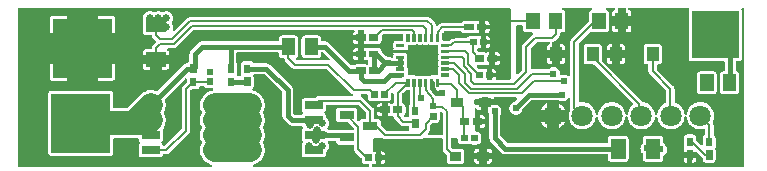
<source format=gtl>
G04 Layer: TopLayer*
G04 EasyEDA v6.4.25, 2021-11-19T22:14:56+01:00*
G04 fb237d5051ec4c31b6b5e7a524a6c443,10*
G04 Gerber Generator version 0.2*
G04 Scale: 100 percent, Rotated: No, Reflected: No *
G04 Dimensions in millimeters *
G04 leading zeros omitted , absolute positions ,4 integer and 5 decimal *
%FSLAX45Y45*%
%MOMM*%

%ADD11C,0.2000*%
%ADD12C,0.4000*%
%ADD13C,2.0000*%
%ADD14C,0.6500*%
%ADD15C,0.6096*%
%ADD17R,1.0000X1.2000*%
%ADD18R,1.5250X0.7000*%
%ADD19R,1.2500X0.7000*%
%ADD20R,1.7010X1.2075*%
%ADD26R,0.5400X0.7901*%
%ADD30R,0.5400X0.5657*%
%ADD32C,1.8000*%

%LPD*%
G36*
X4053027Y-591007D02*
G01*
X4049115Y-590245D01*
X4045813Y-588060D01*
X4043629Y-584758D01*
X4042816Y-580898D01*
X4041800Y-185775D01*
X4042562Y-181914D01*
X4044797Y-178612D01*
X4048099Y-176377D01*
X4051960Y-175615D01*
X4090568Y-175615D01*
X4094479Y-176377D01*
X4097782Y-178562D01*
X4099966Y-181864D01*
X4100728Y-185775D01*
X4100728Y-207975D01*
X4101439Y-214325D01*
X4103370Y-219760D01*
X4106418Y-224688D01*
X4110532Y-228752D01*
X4115409Y-231851D01*
X4120896Y-233730D01*
X4127195Y-234442D01*
X4173728Y-234442D01*
X4177741Y-235305D01*
X4181094Y-237642D01*
X4183227Y-241096D01*
X4183837Y-245160D01*
X4182821Y-249123D01*
X4180332Y-252323D01*
X4178046Y-254304D01*
X4102506Y-329844D01*
X4097426Y-336092D01*
X4094022Y-342747D01*
X4092041Y-350113D01*
X4091584Y-356006D01*
X4091584Y-552399D01*
X4090822Y-556310D01*
X4088637Y-559612D01*
X4060190Y-588060D01*
X4056887Y-590245D01*
G37*

%LPD*%
G36*
X3201212Y-603453D02*
G01*
X3195929Y-602183D01*
X3190138Y-601522D01*
X3186582Y-600456D01*
X3183686Y-598220D01*
X3181756Y-595071D01*
X3181096Y-591464D01*
X3181096Y-540004D01*
X3129635Y-540004D01*
X3126028Y-539343D01*
X3122879Y-537413D01*
X3120644Y-534517D01*
X3119577Y-530961D01*
X3118916Y-525170D01*
X3117646Y-519887D01*
X3118916Y-514654D01*
X3119628Y-508355D01*
X3119628Y-481482D01*
X3118916Y-475132D01*
X3117646Y-469900D01*
X3118916Y-464667D01*
X3119628Y-458317D01*
X3119628Y-431444D01*
X3118916Y-425145D01*
X3116986Y-419709D01*
X3114294Y-415340D01*
X3112820Y-411327D01*
X3113024Y-408228D01*
X3108452Y-408228D01*
X3105099Y-407670D01*
X3099460Y-405688D01*
X3093161Y-404977D01*
X3089198Y-403656D01*
X3086049Y-400862D01*
X3084372Y-397002D01*
X3084372Y-392785D01*
X3086049Y-388975D01*
X3089198Y-386130D01*
X3093161Y-384810D01*
X3099460Y-384098D01*
X3105099Y-382117D01*
X3108452Y-381558D01*
X3129788Y-381558D01*
X3133648Y-382320D01*
X3136950Y-384505D01*
X3139135Y-387807D01*
X3139948Y-391718D01*
X3139948Y-398068D01*
X3139592Y-399796D01*
X3181096Y-399796D01*
X3181096Y-348335D01*
X3181756Y-344728D01*
X3183686Y-341579D01*
X3186582Y-339344D01*
X3190138Y-338277D01*
X3195929Y-337616D01*
X3201212Y-336346D01*
X3206445Y-337616D01*
X3212744Y-338328D01*
X3239617Y-338328D01*
X3245967Y-337616D01*
X3251200Y-336346D01*
X3256432Y-337616D01*
X3262782Y-338328D01*
X3289655Y-338328D01*
X3295954Y-337616D01*
X3301187Y-336346D01*
X3306470Y-337616D01*
X3312261Y-338277D01*
X3315817Y-339344D01*
X3318713Y-341579D01*
X3320643Y-344728D01*
X3321304Y-348335D01*
X3321304Y-399796D01*
X3372764Y-399796D01*
X3376371Y-400456D01*
X3379520Y-402386D01*
X3381756Y-405282D01*
X3382822Y-408838D01*
X3383483Y-414629D01*
X3384753Y-419912D01*
X3383483Y-425145D01*
X3382772Y-431444D01*
X3382772Y-458317D01*
X3383483Y-464667D01*
X3384753Y-469900D01*
X3383483Y-475132D01*
X3382772Y-481482D01*
X3382772Y-508355D01*
X3383483Y-514654D01*
X3384753Y-519887D01*
X3383483Y-525170D01*
X3382822Y-530961D01*
X3381756Y-534517D01*
X3379520Y-537413D01*
X3376371Y-539343D01*
X3372764Y-540004D01*
X3321304Y-540004D01*
X3321304Y-591464D01*
X3320643Y-595071D01*
X3318713Y-598220D01*
X3315817Y-600456D01*
X3312261Y-601522D01*
X3306470Y-602183D01*
X3301187Y-603453D01*
X3295954Y-602183D01*
X3289655Y-601472D01*
X3262782Y-601472D01*
X3256432Y-602183D01*
X3254552Y-602843D01*
X3251200Y-603453D01*
X3245967Y-602183D01*
X3239617Y-601472D01*
X3212744Y-601472D01*
X3206445Y-602183D01*
G37*

%LPD*%
G36*
X4486046Y-606806D02*
G01*
X4481982Y-605078D01*
X4473194Y-598881D01*
X4464253Y-594766D01*
X4454804Y-592226D01*
X4445000Y-591362D01*
X4435195Y-592226D01*
X4425188Y-594868D01*
X4421327Y-595172D01*
X4417669Y-593953D01*
X4414672Y-591464D01*
X4412843Y-588060D01*
X4411573Y-574395D01*
X4409033Y-564946D01*
X4404918Y-556006D01*
X4399280Y-547979D01*
X4392320Y-541020D01*
X4384294Y-535381D01*
X4375353Y-531266D01*
X4365904Y-528726D01*
X4356100Y-527862D01*
X4346295Y-528726D01*
X4336846Y-531266D01*
X4327906Y-535381D01*
X4319879Y-541020D01*
X4315612Y-545338D01*
X4312310Y-547522D01*
X4308398Y-548284D01*
X4178808Y-548284D01*
X4174642Y-548741D01*
X4170426Y-548284D01*
X4166768Y-546201D01*
X4164279Y-542747D01*
X4163415Y-538632D01*
X4163415Y-374700D01*
X4164177Y-370789D01*
X4166362Y-367487D01*
X4215587Y-318262D01*
X4218889Y-316077D01*
X4222800Y-315315D01*
X4316476Y-315315D01*
X4320438Y-316128D01*
X4323791Y-318414D01*
X4325975Y-321818D01*
X4326636Y-325780D01*
X4325721Y-329742D01*
X4323334Y-332994D01*
X4319879Y-335076D01*
X4317695Y-335838D01*
X4312767Y-338886D01*
X4308703Y-343001D01*
X4305604Y-347878D01*
X4303725Y-353364D01*
X4303014Y-359664D01*
X4303014Y-382727D01*
X4347565Y-382727D01*
X4347565Y-323037D01*
X4348378Y-318973D01*
X4350816Y-315569D01*
X4354372Y-313436D01*
X4357878Y-312216D01*
X4364583Y-308356D01*
X4369054Y-304495D01*
X4401413Y-272135D01*
X4406493Y-265887D01*
X4409897Y-259232D01*
X4411827Y-251917D01*
X4412335Y-243992D01*
X4413300Y-240284D01*
X4415536Y-237236D01*
X4418736Y-235153D01*
X4422495Y-234442D01*
X4432604Y-234442D01*
X4438904Y-233730D01*
X4444390Y-231851D01*
X4449267Y-228752D01*
X4453382Y-224688D01*
X4456430Y-219760D01*
X4458360Y-214325D01*
X4459071Y-207975D01*
X4459071Y-71424D01*
X4458360Y-65074D01*
X4456430Y-59639D01*
X4453382Y-54711D01*
X4449267Y-50647D01*
X4444390Y-47548D01*
X4438904Y-45669D01*
X4435449Y-43586D01*
X4433062Y-40335D01*
X4432096Y-36372D01*
X4432808Y-32410D01*
X4434992Y-29006D01*
X4438294Y-26720D01*
X4442256Y-25908D01*
X4676343Y-25908D01*
X4680305Y-26720D01*
X4683607Y-29006D01*
X4685792Y-32410D01*
X4686503Y-36372D01*
X4685538Y-40335D01*
X4683150Y-43586D01*
X4679696Y-45669D01*
X4674209Y-47548D01*
X4669332Y-50647D01*
X4665218Y-54711D01*
X4662170Y-59639D01*
X4660239Y-65074D01*
X4659528Y-71424D01*
X4659528Y-136855D01*
X4658766Y-140766D01*
X4656582Y-144068D01*
X4508906Y-291744D01*
X4503826Y-297992D01*
X4500422Y-304647D01*
X4498441Y-312013D01*
X4497984Y-317906D01*
X4497984Y-596798D01*
X4497019Y-601065D01*
X4494377Y-604570D01*
X4490466Y-606602D01*
G37*

%LPC*%
G36*
X4329480Y-505002D02*
G01*
X4347565Y-505002D01*
X4347565Y-455472D01*
X4303014Y-455472D01*
X4303014Y-478535D01*
X4303725Y-484835D01*
X4305604Y-490321D01*
X4308703Y-495198D01*
X4312767Y-499313D01*
X4317695Y-502361D01*
X4323130Y-504291D01*
G37*
G36*
X4410252Y-505002D02*
G01*
X4428337Y-505002D01*
X4434636Y-504291D01*
X4440123Y-502361D01*
X4445000Y-499313D01*
X4449114Y-495198D01*
X4452162Y-490321D01*
X4454093Y-484835D01*
X4454804Y-478535D01*
X4454804Y-455472D01*
X4410252Y-455472D01*
G37*
G36*
X4410252Y-382727D02*
G01*
X4454804Y-382727D01*
X4454804Y-359664D01*
X4454093Y-353364D01*
X4452162Y-347878D01*
X4449114Y-343001D01*
X4445000Y-338886D01*
X4440123Y-335838D01*
X4434636Y-333908D01*
X4428337Y-333197D01*
X4410252Y-333197D01*
G37*

%LPD*%
G36*
X2169515Y-931976D02*
G01*
X2165654Y-931214D01*
X2162352Y-929030D01*
X2157069Y-923747D01*
X2154885Y-920445D01*
X2154123Y-916584D01*
X2154072Y-722122D01*
X2152853Y-713384D01*
X2150160Y-705358D01*
X2146046Y-697992D01*
X2140305Y-691083D01*
X1957882Y-508711D01*
X1950821Y-503377D01*
X1943252Y-499618D01*
X1935124Y-497332D01*
X1926234Y-496468D01*
X1824228Y-496468D01*
X1820875Y-495909D01*
X1817878Y-494284D01*
X1815642Y-491743D01*
X1812493Y-486765D01*
X1808429Y-482701D01*
X1803501Y-479602D01*
X1798066Y-477672D01*
X1791716Y-476961D01*
X1738884Y-476961D01*
X1732534Y-477672D01*
X1727098Y-479602D01*
X1722170Y-482701D01*
X1718106Y-486765D01*
X1715007Y-491693D01*
X1713128Y-497128D01*
X1712417Y-503478D01*
X1712417Y-581304D01*
X1713128Y-587654D01*
X1714601Y-591972D01*
X1715160Y-595782D01*
X1714296Y-599541D01*
X1712061Y-602691D01*
X1708810Y-604774D01*
X1705051Y-605485D01*
X1685848Y-605485D01*
X1682089Y-604774D01*
X1678838Y-602691D01*
X1676603Y-599541D01*
X1675739Y-595782D01*
X1676298Y-591972D01*
X1677771Y-587654D01*
X1678533Y-581304D01*
X1678533Y-503478D01*
X1677771Y-497128D01*
X1675892Y-491693D01*
X1673250Y-487426D01*
X1672082Y-484835D01*
X1671675Y-482041D01*
X1671878Y-411632D01*
X1672640Y-407771D01*
X1674825Y-404469D01*
X1678127Y-402285D01*
X1682038Y-401523D01*
X2020468Y-401523D01*
X2024380Y-402285D01*
X2027682Y-404469D01*
X2029866Y-407771D01*
X2030628Y-411683D01*
X2030628Y-423875D01*
X2031339Y-430225D01*
X2033270Y-435660D01*
X2036318Y-440588D01*
X2040432Y-444652D01*
X2045309Y-447751D01*
X2050796Y-449630D01*
X2057095Y-450342D01*
X2068575Y-450342D01*
X2072741Y-451256D01*
X2076145Y-453745D01*
X2078278Y-457403D01*
X2080412Y-464058D01*
X2084222Y-470662D01*
X2088083Y-475132D01*
X2145944Y-532993D01*
X2152192Y-538073D01*
X2158847Y-541477D01*
X2166213Y-543458D01*
X2172106Y-543915D01*
X2431999Y-543915D01*
X2435910Y-544677D01*
X2439212Y-546862D01*
X2641244Y-748893D01*
X2647492Y-753973D01*
X2654757Y-757682D01*
X2658211Y-760526D01*
X2660091Y-764641D01*
X2660040Y-769112D01*
X2658059Y-773125D01*
X2654503Y-775919D01*
X2650134Y-776884D01*
X2367229Y-776884D01*
X2359253Y-777748D01*
X2352090Y-780034D01*
X2345537Y-783844D01*
X2341219Y-787552D01*
X2338120Y-789381D01*
X2334615Y-789990D01*
X2252929Y-789990D01*
X2246579Y-790702D01*
X2241143Y-792632D01*
X2236216Y-795680D01*
X2232152Y-799795D01*
X2229053Y-804672D01*
X2227173Y-810158D01*
X2226411Y-816457D01*
X2226411Y-885342D01*
X2227173Y-891641D01*
X2229053Y-897128D01*
X2232101Y-901953D01*
X2237435Y-907135D01*
X2239670Y-910437D01*
X2240483Y-914400D01*
X2239670Y-918362D01*
X2237435Y-921664D01*
X2231847Y-927252D01*
X2229612Y-929792D01*
X2226614Y-931418D01*
X2223262Y-931976D01*
G37*

%LPD*%
G36*
X3105200Y-954684D02*
G01*
X3101289Y-953922D01*
X3097987Y-951737D01*
X3095752Y-949452D01*
X3093516Y-946150D01*
X3092754Y-942289D01*
X3093516Y-938377D01*
X3095752Y-935075D01*
X3098698Y-932129D01*
X3101797Y-927201D01*
X3103727Y-921766D01*
X3104438Y-915416D01*
X3104438Y-862584D01*
X3103727Y-856234D01*
X3101797Y-850798D01*
X3098698Y-845870D01*
X3094634Y-841806D01*
X3089706Y-838708D01*
X3080410Y-835710D01*
X3077514Y-833424D01*
X3075584Y-830275D01*
X3074924Y-826668D01*
X3074924Y-766927D01*
X3075686Y-763066D01*
X3077870Y-759764D01*
X3114852Y-722782D01*
X3118154Y-720598D01*
X3122066Y-719785D01*
X3130143Y-719785D01*
X3134004Y-720598D01*
X3137306Y-722782D01*
X3139490Y-726084D01*
X3140303Y-729945D01*
X3140303Y-839774D01*
X3139897Y-842619D01*
X3137408Y-847293D01*
X3135528Y-852728D01*
X3134817Y-859078D01*
X3134817Y-936904D01*
X3135528Y-943406D01*
X3135122Y-947623D01*
X3132988Y-951280D01*
X3129584Y-953820D01*
X3125419Y-954684D01*
G37*

%LPD*%
G36*
X2606598Y-1062786D02*
G01*
X2603804Y-1062380D01*
X2594711Y-1059840D01*
X2585821Y-1058976D01*
X2452065Y-1058976D01*
X2448915Y-1058468D01*
X2445359Y-1056487D01*
X2442565Y-1053287D01*
X2441295Y-1049223D01*
X2441854Y-1044956D01*
X2444089Y-1041298D01*
X2445156Y-1040180D01*
X2450744Y-1031951D01*
X2454808Y-1022959D01*
X2457297Y-1013358D01*
X2458161Y-1003503D01*
X2457297Y-993648D01*
X2454808Y-984046D01*
X2450744Y-975055D01*
X2445156Y-966825D01*
X2438349Y-959662D01*
X2434894Y-957122D01*
X2432659Y-954887D01*
X2431237Y-952093D01*
X2430729Y-948944D01*
X2430729Y-943457D01*
X2430018Y-937158D01*
X2428138Y-931671D01*
X2425090Y-926846D01*
X2419756Y-921664D01*
X2417521Y-918362D01*
X2416708Y-914400D01*
X2417521Y-910437D01*
X2419756Y-907135D01*
X2425090Y-901953D01*
X2428138Y-897128D01*
X2430018Y-891641D01*
X2430729Y-885342D01*
X2430729Y-858875D01*
X2431542Y-854964D01*
X2433726Y-851662D01*
X2437028Y-849477D01*
X2440940Y-848715D01*
X2698699Y-848715D01*
X2702610Y-849477D01*
X2705912Y-851662D01*
X2766212Y-912012D01*
X2768396Y-915314D01*
X2769209Y-919175D01*
X2769209Y-957630D01*
X2768396Y-961542D01*
X2766212Y-964793D01*
X2762910Y-967028D01*
X2759049Y-967790D01*
X2743149Y-967790D01*
X2736850Y-968502D01*
X2731363Y-970432D01*
X2726486Y-973480D01*
X2722372Y-977595D01*
X2720441Y-980694D01*
X2718003Y-983386D01*
X2714752Y-985012D01*
X2711145Y-985418D01*
X2707640Y-984554D01*
X2704642Y-982471D01*
X2696514Y-974293D01*
X2694279Y-970991D01*
X2693517Y-967130D01*
X2693517Y-899261D01*
X2692806Y-892962D01*
X2690876Y-887476D01*
X2687828Y-882599D01*
X2683713Y-878484D01*
X2678836Y-875436D01*
X2673350Y-873506D01*
X2667050Y-872794D01*
X2543200Y-872794D01*
X2536850Y-873506D01*
X2531414Y-875436D01*
X2526487Y-878484D01*
X2522423Y-882599D01*
X2519324Y-887476D01*
X2517394Y-892962D01*
X2516682Y-899261D01*
X2516682Y-968146D01*
X2517394Y-974445D01*
X2519324Y-979932D01*
X2522423Y-984808D01*
X2526487Y-988923D01*
X2531414Y-991971D01*
X2536850Y-993902D01*
X2543200Y-994613D01*
X2611018Y-994613D01*
X2614879Y-995375D01*
X2618181Y-997559D01*
X2666085Y-1045464D01*
X2668270Y-1048766D01*
X2669032Y-1052626D01*
X2668270Y-1056538D01*
X2666085Y-1059840D01*
X2662783Y-1062024D01*
X2658872Y-1062786D01*
G37*

%LPD*%
G36*
X2952800Y-1068984D02*
G01*
X2948889Y-1068222D01*
X2945587Y-1066038D01*
X2896463Y-1016914D01*
X2894279Y-1013612D01*
X2893517Y-1009700D01*
X2893517Y-994257D01*
X2892806Y-987958D01*
X2890875Y-982471D01*
X2887776Y-977595D01*
X2883712Y-973480D01*
X2878785Y-970432D01*
X2873349Y-968502D01*
X2866999Y-967790D01*
X2851150Y-967790D01*
X2847289Y-967028D01*
X2843987Y-964793D01*
X2841802Y-961542D01*
X2840990Y-957630D01*
X2840990Y-900633D01*
X2840177Y-892657D01*
X2837840Y-885494D01*
X2834030Y-878890D01*
X2830220Y-874420D01*
X2743555Y-787806D01*
X2737307Y-782726D01*
X2730042Y-779018D01*
X2726588Y-776173D01*
X2724708Y-772058D01*
X2724759Y-767588D01*
X2726740Y-763574D01*
X2730296Y-760780D01*
X2734665Y-759815D01*
X2775254Y-759815D01*
X2779166Y-760577D01*
X2782468Y-762762D01*
X2784652Y-766064D01*
X2785414Y-769975D01*
X2785414Y-788416D01*
X2786126Y-794766D01*
X2788056Y-800201D01*
X2791155Y-805129D01*
X2795219Y-809193D01*
X2800146Y-812292D01*
X2805582Y-814171D01*
X2811881Y-814933D01*
X2867355Y-814933D01*
X2873654Y-814171D01*
X2879547Y-812139D01*
X2882900Y-811580D01*
X2886252Y-812139D01*
X2892145Y-814171D01*
X2898444Y-814933D01*
X2953918Y-814933D01*
X2960217Y-814171D01*
X2965653Y-812292D01*
X2970580Y-809193D01*
X2974644Y-805129D01*
X2977743Y-800201D01*
X2979674Y-794766D01*
X2980385Y-788416D01*
X2980385Y-757631D01*
X2981147Y-753719D01*
X2983331Y-750417D01*
X2985770Y-748030D01*
X2989072Y-745845D01*
X2992932Y-745032D01*
X2996844Y-745845D01*
X3000146Y-748030D01*
X3002330Y-751332D01*
X3003092Y-755192D01*
X3003092Y-826668D01*
X3002432Y-830275D01*
X3000502Y-833424D01*
X2997606Y-835710D01*
X2987852Y-838860D01*
X2984500Y-839419D01*
X2981147Y-838860D01*
X2975254Y-836828D01*
X2968904Y-836117D01*
X2956102Y-836117D01*
X2956102Y-869137D01*
X2963418Y-869137D01*
X2967329Y-869899D01*
X2970631Y-872134D01*
X2972816Y-875436D01*
X2973578Y-879297D01*
X2973578Y-898702D01*
X2972816Y-902563D01*
X2970631Y-905865D01*
X2967329Y-908100D01*
X2963418Y-908862D01*
X2956102Y-908862D01*
X2956102Y-941933D01*
X2968904Y-941933D01*
X2975254Y-941171D01*
X2981147Y-939139D01*
X2984500Y-938580D01*
X2987852Y-939139D01*
X2998978Y-942746D01*
X3002178Y-945794D01*
X3006242Y-958087D01*
X3010052Y-964692D01*
X3013913Y-969162D01*
X3060344Y-1015593D01*
X3066592Y-1020673D01*
X3073247Y-1024077D01*
X3080613Y-1026058D01*
X3086506Y-1026515D01*
X3124657Y-1026515D01*
X3128518Y-1027277D01*
X3131820Y-1029462D01*
X3134004Y-1032764D01*
X3134817Y-1036675D01*
X3134817Y-1045921D01*
X3135528Y-1052271D01*
X3136646Y-1055471D01*
X3137204Y-1059281D01*
X3136290Y-1063040D01*
X3134055Y-1066190D01*
X3130804Y-1068273D01*
X3127044Y-1068984D01*
G37*

%LPC*%
G36*
X2891078Y-941933D02*
G01*
X2903880Y-941933D01*
X2903880Y-908862D01*
X2864561Y-908862D01*
X2864561Y-915416D01*
X2865272Y-921766D01*
X2867202Y-927201D01*
X2870301Y-932129D01*
X2874365Y-936193D01*
X2879293Y-939292D01*
X2884728Y-941171D01*
G37*
G36*
X2864561Y-869137D02*
G01*
X2903880Y-869137D01*
X2903880Y-836117D01*
X2891078Y-836117D01*
X2884728Y-836828D01*
X2879293Y-838708D01*
X2874365Y-841806D01*
X2870301Y-845870D01*
X2867202Y-850798D01*
X2865272Y-856234D01*
X2864561Y-862584D01*
G37*

%LPD*%
G36*
X3301593Y-1104392D02*
G01*
X3297732Y-1103630D01*
X3294430Y-1101394D01*
X3292246Y-1098143D01*
X3291433Y-1094232D01*
X3292246Y-1090320D01*
X3294430Y-1087069D01*
X3301593Y-1079855D01*
X3306673Y-1073607D01*
X3310077Y-1066952D01*
X3312058Y-1059586D01*
X3312515Y-1053693D01*
X3312515Y-1027480D01*
X3313277Y-1023569D01*
X3315462Y-1020267D01*
X3333597Y-1002131D01*
X3336899Y-999947D01*
X3340811Y-999185D01*
X3366515Y-999185D01*
X3372865Y-998474D01*
X3378301Y-996543D01*
X3383229Y-993444D01*
X3387293Y-989380D01*
X3390392Y-984453D01*
X3392271Y-979017D01*
X3392982Y-972718D01*
X3392982Y-917244D01*
X3393338Y-912469D01*
X3395319Y-908862D01*
X3398621Y-906322D01*
X3402634Y-905306D01*
X3406749Y-906018D01*
X3410204Y-908303D01*
X3415537Y-913587D01*
X3417722Y-916889D01*
X3418484Y-920800D01*
X3418484Y-1094232D01*
X3417722Y-1098143D01*
X3415537Y-1101394D01*
X3412236Y-1103630D01*
X3408324Y-1104392D01*
G37*

%LPD*%
G36*
X1058367Y-1195984D02*
G01*
X1054303Y-1195120D01*
X1050899Y-1192733D01*
X1048766Y-1189177D01*
X1047546Y-1185672D01*
X1044498Y-1180846D01*
X1039164Y-1175664D01*
X1036929Y-1172362D01*
X1036116Y-1168400D01*
X1036929Y-1164437D01*
X1039164Y-1161135D01*
X1044498Y-1155954D01*
X1047546Y-1151128D01*
X1049426Y-1145641D01*
X1050188Y-1139342D01*
X1050188Y-1070457D01*
X1049426Y-1064158D01*
X1048359Y-1061059D01*
X1047800Y-1057910D01*
X1048207Y-1054760D01*
X1049578Y-1051915D01*
X1055725Y-1043025D01*
X1062786Y-1029563D01*
X1068171Y-1015339D01*
X1071829Y-1000607D01*
X1073658Y-985519D01*
X1073658Y-970280D01*
X1071829Y-955192D01*
X1068171Y-940460D01*
X1062786Y-926236D01*
X1059078Y-919124D01*
X1058011Y-916025D01*
X1058011Y-912774D01*
X1059078Y-909675D01*
X1062786Y-902563D01*
X1068171Y-888339D01*
X1071829Y-873607D01*
X1073658Y-858519D01*
X1073658Y-843280D01*
X1071829Y-828192D01*
X1068171Y-813460D01*
X1065631Y-806653D01*
X1064971Y-802894D01*
X1065784Y-799084D01*
X1067917Y-795883D01*
X1237843Y-625957D01*
X1241145Y-623773D01*
X1245057Y-623011D01*
X1248918Y-623773D01*
X1252220Y-625957D01*
X1254404Y-629259D01*
X1255217Y-633171D01*
X1255217Y-649325D01*
X1254404Y-653237D01*
X1252220Y-656488D01*
X1219606Y-689152D01*
X1214526Y-695401D01*
X1211122Y-702056D01*
X1209141Y-709422D01*
X1208684Y-715314D01*
X1208684Y-1047699D01*
X1207922Y-1051610D01*
X1205738Y-1054912D01*
X1067612Y-1193038D01*
X1064310Y-1195222D01*
X1060399Y-1195984D01*
G37*

%LPD*%
G36*
X1819046Y-1374089D02*
G01*
X1815033Y-1373276D01*
X1811629Y-1370939D01*
X1809496Y-1367434D01*
X1808886Y-1363421D01*
X1809902Y-1359458D01*
X1812442Y-1356207D01*
X1815998Y-1354226D01*
X1830832Y-1349603D01*
X1844700Y-1343355D01*
X1857705Y-1335481D01*
X1869693Y-1326134D01*
X1880412Y-1315364D01*
X1889810Y-1303426D01*
X1897684Y-1290421D01*
X1903933Y-1276553D01*
X1908454Y-1262024D01*
X1911197Y-1247089D01*
X1912112Y-1231900D01*
X1911197Y-1216710D01*
X1908454Y-1201775D01*
X1903933Y-1187246D01*
X1897278Y-1172565D01*
X1896364Y-1168400D01*
X1897278Y-1164234D01*
X1903933Y-1149553D01*
X1908454Y-1135024D01*
X1911197Y-1120089D01*
X1912112Y-1104900D01*
X1911197Y-1089710D01*
X1908454Y-1074775D01*
X1903933Y-1060246D01*
X1897278Y-1045565D01*
X1896364Y-1041400D01*
X1897278Y-1037234D01*
X1903933Y-1022553D01*
X1908454Y-1008024D01*
X1911197Y-993089D01*
X1912112Y-977900D01*
X1911197Y-962710D01*
X1908454Y-947775D01*
X1903933Y-933246D01*
X1897278Y-918565D01*
X1896364Y-914400D01*
X1897278Y-910234D01*
X1903933Y-895553D01*
X1908454Y-881024D01*
X1911197Y-866089D01*
X1912112Y-850900D01*
X1911197Y-835710D01*
X1908454Y-820775D01*
X1903933Y-806246D01*
X1897684Y-792378D01*
X1889810Y-779373D01*
X1880412Y-767435D01*
X1869693Y-756666D01*
X1857705Y-747318D01*
X1844700Y-739444D01*
X1830832Y-733196D01*
X1816354Y-728675D01*
X1813864Y-728218D01*
X1809800Y-726490D01*
X1806854Y-723239D01*
X1805533Y-719074D01*
X1806143Y-714756D01*
X1808480Y-711047D01*
X1812493Y-707034D01*
X1815592Y-702106D01*
X1817471Y-696671D01*
X1818233Y-690321D01*
X1818233Y-612495D01*
X1817471Y-606145D01*
X1815998Y-601827D01*
X1815439Y-598017D01*
X1816303Y-594258D01*
X1818538Y-591108D01*
X1821789Y-589026D01*
X1825548Y-588314D01*
X1903475Y-588314D01*
X1907336Y-589076D01*
X1910638Y-591261D01*
X2059330Y-739952D01*
X2061514Y-743254D01*
X2062276Y-747115D01*
X2062327Y-941578D01*
X2063546Y-950315D01*
X2066239Y-958342D01*
X2070354Y-965708D01*
X2076094Y-972616D01*
X2115108Y-1011580D01*
X2122170Y-1016914D01*
X2129739Y-1020673D01*
X2137867Y-1022959D01*
X2146757Y-1023823D01*
X2223262Y-1023823D01*
X2227630Y-1024788D01*
X2231186Y-1027633D01*
X2234641Y-1032459D01*
X2237232Y-1040485D01*
X2237841Y-1044244D01*
X2236978Y-1047953D01*
X2234844Y-1051052D01*
X2232152Y-1053795D01*
X2229053Y-1058672D01*
X2227173Y-1064158D01*
X2226411Y-1070457D01*
X2226411Y-1139342D01*
X2227173Y-1145641D01*
X2229053Y-1151026D01*
X2233015Y-1157224D01*
X2234438Y-1160576D01*
X2234539Y-1164234D01*
X2233371Y-1167688D01*
X2231898Y-1170279D01*
X2228646Y-1179626D01*
X2226970Y-1189380D01*
X2226868Y-1193495D01*
X2226411Y-1197457D01*
X2226411Y-1266342D01*
X2227173Y-1272641D01*
X2229053Y-1278128D01*
X2232152Y-1283004D01*
X2236216Y-1287119D01*
X2241143Y-1290167D01*
X2246579Y-1292098D01*
X2252929Y-1292809D01*
X2404262Y-1292809D01*
X2410612Y-1292098D01*
X2416048Y-1290167D01*
X2420975Y-1287119D01*
X2425039Y-1283004D01*
X2428138Y-1278128D01*
X2430018Y-1272641D01*
X2430729Y-1266342D01*
X2430729Y-1249730D01*
X2431237Y-1246632D01*
X2432659Y-1243838D01*
X2436520Y-1240383D01*
X2443378Y-1233220D01*
X2448915Y-1224991D01*
X2452979Y-1215999D01*
X2455519Y-1206398D01*
X2456332Y-1196543D01*
X2455519Y-1186688D01*
X2452979Y-1177086D01*
X2448915Y-1168095D01*
X2447950Y-1166672D01*
X2446375Y-1162608D01*
X2446578Y-1158240D01*
X2448661Y-1154379D01*
X2452116Y-1151737D01*
X2456383Y-1150823D01*
X2506776Y-1150823D01*
X2510434Y-1151483D01*
X2513584Y-1153414D01*
X2515819Y-1156309D01*
X2516886Y-1159814D01*
X2517394Y-1164437D01*
X2519324Y-1169924D01*
X2522423Y-1174800D01*
X2526487Y-1178915D01*
X2531414Y-1181963D01*
X2536850Y-1183894D01*
X2543200Y-1184605D01*
X2659024Y-1184605D01*
X2662936Y-1185367D01*
X2666238Y-1187602D01*
X2668422Y-1190904D01*
X2669184Y-1194765D01*
X2669184Y-1218692D01*
X2670048Y-1226667D01*
X2672334Y-1233779D01*
X2676144Y-1240383D01*
X2680004Y-1244854D01*
X2731668Y-1296517D01*
X2733852Y-1299819D01*
X2734614Y-1303731D01*
X2734614Y-1321816D01*
X2735326Y-1328166D01*
X2737256Y-1333601D01*
X2740355Y-1338529D01*
X2744419Y-1342593D01*
X2749346Y-1345692D01*
X2754782Y-1347571D01*
X2761081Y-1348333D01*
X2785110Y-1348333D01*
X2789123Y-1349146D01*
X2792476Y-1351432D01*
X2794660Y-1354937D01*
X2795270Y-1358950D01*
X2795016Y-1364437D01*
X2794101Y-1368145D01*
X2791866Y-1371295D01*
X2788666Y-1373378D01*
X2784856Y-1374089D01*
G37*

%LPD*%
G36*
X-163931Y-1374089D02*
G01*
X-167843Y-1373327D01*
X-171094Y-1371142D01*
X-173329Y-1367840D01*
X-174091Y-1363929D01*
X-174091Y-36068D01*
X-173329Y-32156D01*
X-171094Y-28905D01*
X-167843Y-26670D01*
X-163931Y-25908D01*
X3983990Y-25908D01*
X3987901Y-26670D01*
X3991152Y-28905D01*
X3993387Y-32156D01*
X3994150Y-36068D01*
X3994150Y-624433D01*
X3993387Y-628345D01*
X3991152Y-631647D01*
X3988562Y-634238D01*
X3985310Y-636422D01*
X3981399Y-637184D01*
X3879189Y-637184D01*
X3875024Y-636320D01*
X3871620Y-633780D01*
X3869486Y-630123D01*
X3869080Y-625906D01*
X3869385Y-623316D01*
X3869385Y-616762D01*
X3835654Y-616762D01*
X3835654Y-627024D01*
X3834892Y-630936D01*
X3832707Y-634238D01*
X3829405Y-636422D01*
X3825494Y-637184D01*
X3804869Y-637184D01*
X3800957Y-636422D01*
X3797655Y-634238D01*
X3795471Y-630936D01*
X3794709Y-627024D01*
X3794709Y-616762D01*
X3792982Y-616762D01*
X3789070Y-616000D01*
X3785768Y-613765D01*
X3783584Y-610463D01*
X3782822Y-606602D01*
X3782822Y-587197D01*
X3783584Y-583336D01*
X3785768Y-580034D01*
X3789070Y-577799D01*
X3792982Y-577037D01*
X3794709Y-577037D01*
X3794709Y-544017D01*
X3787444Y-544017D01*
X3781145Y-544728D01*
X3775252Y-546760D01*
X3771900Y-547319D01*
X3768547Y-546760D01*
X3762654Y-544728D01*
X3756355Y-544017D01*
X3730701Y-544017D01*
X3726789Y-543204D01*
X3723538Y-541020D01*
X3709974Y-527456D01*
X3707739Y-524154D01*
X3706977Y-520293D01*
X3707739Y-516382D01*
X3709974Y-513080D01*
X3713226Y-510895D01*
X3717137Y-510133D01*
X3769004Y-510133D01*
X3775354Y-509371D01*
X3781247Y-507339D01*
X3784600Y-506780D01*
X3787952Y-507339D01*
X3793845Y-509371D01*
X3800195Y-510133D01*
X3812997Y-510133D01*
X3812997Y-477062D01*
X3805682Y-477062D01*
X3801770Y-476300D01*
X3798468Y-474065D01*
X3796284Y-470763D01*
X3795522Y-466902D01*
X3795522Y-447497D01*
X3796284Y-443636D01*
X3798468Y-440334D01*
X3801770Y-438099D01*
X3805682Y-437337D01*
X3812997Y-437337D01*
X3812997Y-404317D01*
X3800195Y-404317D01*
X3793845Y-405028D01*
X3787952Y-407060D01*
X3784600Y-407619D01*
X3781247Y-407060D01*
X3775354Y-405028D01*
X3769004Y-404317D01*
X3732174Y-404317D01*
X3728262Y-403504D01*
X3725011Y-401320D01*
X3716680Y-393039D01*
X3714496Y-389737D01*
X3713734Y-385826D01*
X3713734Y-378206D01*
X3714445Y-374396D01*
X3716528Y-371195D01*
X3719677Y-368960D01*
X3723436Y-368046D01*
X3727246Y-368604D01*
X3730345Y-369671D01*
X3736644Y-370433D01*
X3743909Y-370433D01*
X3743909Y-337362D01*
X3742182Y-337362D01*
X3738270Y-336600D01*
X3734968Y-334365D01*
X3732784Y-331063D01*
X3732022Y-327202D01*
X3732022Y-307797D01*
X3732784Y-303936D01*
X3734968Y-300634D01*
X3738270Y-298399D01*
X3742182Y-297637D01*
X3743909Y-297637D01*
X3743909Y-264617D01*
X3736644Y-264617D01*
X3730345Y-265328D01*
X3724452Y-267360D01*
X3721100Y-267919D01*
X3717747Y-267360D01*
X3711854Y-265328D01*
X3705555Y-264617D01*
X3650081Y-264617D01*
X3643782Y-265328D01*
X3638346Y-267208D01*
X3633419Y-270306D01*
X3629355Y-274370D01*
X3627780Y-276860D01*
X3625545Y-279400D01*
X3622548Y-281025D01*
X3619195Y-281584D01*
X3518408Y-281584D01*
X3510432Y-282448D01*
X3503320Y-284734D01*
X3496716Y-288544D01*
X3492246Y-292404D01*
X3482594Y-302056D01*
X3479292Y-304241D01*
X3475380Y-305003D01*
X3426256Y-305003D01*
X3422396Y-304241D01*
X3419094Y-302006D01*
X3416858Y-298704D01*
X3416096Y-294843D01*
X3416096Y-245719D01*
X3416858Y-241808D01*
X3419043Y-238506D01*
X3428187Y-229362D01*
X3431489Y-227177D01*
X3435400Y-226415D01*
X3571341Y-226415D01*
X3574694Y-226974D01*
X3577691Y-228600D01*
X3579926Y-231140D01*
X3581501Y-233629D01*
X3585565Y-237693D01*
X3590493Y-240792D01*
X3595928Y-242671D01*
X3602278Y-243433D01*
X3680104Y-243433D01*
X3686454Y-242671D01*
X3692347Y-240639D01*
X3695700Y-240080D01*
X3699052Y-240639D01*
X3704945Y-242671D01*
X3711295Y-243433D01*
X3724097Y-243433D01*
X3724097Y-210362D01*
X3716782Y-210362D01*
X3712870Y-209600D01*
X3709568Y-207365D01*
X3707384Y-204063D01*
X3706622Y-200202D01*
X3706622Y-180797D01*
X3707384Y-176936D01*
X3709568Y-173634D01*
X3712870Y-171399D01*
X3716782Y-170637D01*
X3724097Y-170637D01*
X3724097Y-137617D01*
X3711295Y-137617D01*
X3704945Y-138328D01*
X3699052Y-140360D01*
X3695700Y-140919D01*
X3692347Y-140360D01*
X3686454Y-138328D01*
X3680104Y-137617D01*
X3602278Y-137617D01*
X3595928Y-138328D01*
X3590493Y-140208D01*
X3585565Y-143306D01*
X3581501Y-147370D01*
X3579926Y-149860D01*
X3577691Y-152400D01*
X3574694Y-154025D01*
X3571341Y-154584D01*
X3416808Y-154584D01*
X3408832Y-155448D01*
X3401720Y-157734D01*
X3395116Y-161544D01*
X3390646Y-165404D01*
X3378708Y-177292D01*
X3375558Y-179425D01*
X3371900Y-180289D01*
X3368141Y-179679D01*
X3364839Y-177800D01*
X3362502Y-174802D01*
X3361436Y-171196D01*
X3361182Y-169062D01*
X3358896Y-161950D01*
X3355086Y-155346D01*
X3351225Y-150876D01*
X3315055Y-114706D01*
X3308807Y-109626D01*
X3302152Y-106222D01*
X3294786Y-104241D01*
X3288893Y-103784D01*
X1283208Y-103784D01*
X1275232Y-104648D01*
X1268120Y-106933D01*
X1261516Y-110744D01*
X1257046Y-114604D01*
X1151432Y-220217D01*
X1147724Y-222554D01*
X1143355Y-223113D01*
X1139190Y-221843D01*
X1135938Y-218897D01*
X1134262Y-214833D01*
X1134414Y-210464D01*
X1137056Y-200355D01*
X1137869Y-190500D01*
X1137056Y-180644D01*
X1134516Y-171043D01*
X1130452Y-162052D01*
X1127810Y-158089D01*
X1126236Y-154381D01*
X1126236Y-150418D01*
X1127810Y-146710D01*
X1130452Y-142748D01*
X1134516Y-133756D01*
X1137056Y-124155D01*
X1137869Y-114300D01*
X1137056Y-104444D01*
X1134516Y-94843D01*
X1130452Y-85852D01*
X1124915Y-77622D01*
X1118057Y-70459D01*
X1110081Y-64617D01*
X1101242Y-60147D01*
X1091793Y-57251D01*
X1081989Y-55981D01*
X1072083Y-56388D01*
X1062431Y-58470D01*
X1053236Y-62179D01*
X1050594Y-63804D01*
X1047394Y-65074D01*
X1043940Y-65227D01*
X1040688Y-64211D01*
X1032510Y-60096D01*
X1023061Y-57200D01*
X1013206Y-55981D01*
X1003350Y-56388D01*
X993648Y-58470D01*
X983996Y-62331D01*
X981151Y-63703D01*
X978204Y-64617D01*
X975106Y-64566D01*
X972210Y-63601D01*
X962558Y-58775D01*
X953109Y-55880D01*
X943305Y-54610D01*
X933399Y-55016D01*
X923747Y-57099D01*
X914552Y-60807D01*
X906119Y-65989D01*
X898652Y-72542D01*
X892454Y-80264D01*
X885952Y-92151D01*
X882243Y-98044D01*
X880364Y-103479D01*
X879652Y-109829D01*
X879652Y-229412D01*
X880364Y-235762D01*
X882243Y-241198D01*
X885342Y-246125D01*
X889457Y-250190D01*
X894334Y-253288D01*
X899820Y-255219D01*
X906119Y-255930D01*
X946353Y-255930D01*
X950468Y-256794D01*
X953922Y-259283D01*
X956005Y-262940D01*
X957834Y-268579D01*
X961644Y-275183D01*
X965504Y-279654D01*
X989787Y-303987D01*
X991971Y-307238D01*
X992784Y-311150D01*
X991971Y-315061D01*
X989787Y-318312D01*
X965606Y-342544D01*
X960526Y-348792D01*
X957122Y-355447D01*
X955141Y-362813D01*
X954684Y-369671D01*
X953719Y-373329D01*
X951433Y-376377D01*
X948232Y-378409D01*
X944524Y-379069D01*
X906119Y-379069D01*
X899820Y-379780D01*
X894334Y-381711D01*
X889457Y-384810D01*
X885342Y-388874D01*
X882243Y-393801D01*
X880364Y-399237D01*
X879652Y-405587D01*
X879652Y-428853D01*
X944524Y-428853D01*
X948436Y-429615D01*
X951737Y-431800D01*
X953922Y-435101D01*
X954684Y-439013D01*
X954684Y-464820D01*
X955548Y-472795D01*
X957834Y-479907D01*
X961593Y-486409D01*
X966622Y-491947D01*
X972667Y-496366D01*
X979525Y-499414D01*
X986840Y-500989D01*
X994359Y-500989D01*
X1001674Y-499414D01*
X1008532Y-496366D01*
X1014577Y-491947D01*
X1019606Y-486409D01*
X1023366Y-479907D01*
X1025652Y-472795D01*
X1026515Y-464820D01*
X1026515Y-439013D01*
X1027277Y-435101D01*
X1029462Y-431800D01*
X1032764Y-429615D01*
X1036675Y-428853D01*
X1101547Y-428853D01*
X1101547Y-405587D01*
X1100836Y-399237D01*
X1098956Y-393801D01*
X1095857Y-388874D01*
X1088745Y-381711D01*
X1087221Y-377698D01*
X1087526Y-373380D01*
X1089609Y-369620D01*
X1093063Y-367030D01*
X1097280Y-366115D01*
X1142492Y-366115D01*
X1150467Y-365252D01*
X1157579Y-362966D01*
X1164183Y-359156D01*
X1168654Y-355295D01*
X1307287Y-216662D01*
X1310589Y-214477D01*
X1314500Y-213715D01*
X2665323Y-213715D01*
X2669235Y-214477D01*
X2672537Y-216712D01*
X2674772Y-220065D01*
X2675483Y-223977D01*
X2674670Y-227888D01*
X2672384Y-231190D01*
X2667050Y-236372D01*
X2664002Y-241198D01*
X2662072Y-246634D01*
X2661361Y-252984D01*
X2661361Y-259537D01*
X2700680Y-259537D01*
X2700680Y-223875D01*
X2701442Y-219964D01*
X2703677Y-216662D01*
X2706979Y-214477D01*
X2710840Y-213715D01*
X2742742Y-213715D01*
X2746603Y-214477D01*
X2749905Y-216662D01*
X2752140Y-219964D01*
X2752902Y-223875D01*
X2752902Y-259537D01*
X2760218Y-259537D01*
X2764129Y-260299D01*
X2767431Y-262534D01*
X2769616Y-265836D01*
X2770378Y-269697D01*
X2770378Y-289102D01*
X2769616Y-292963D01*
X2767431Y-296265D01*
X2764129Y-298500D01*
X2760218Y-299262D01*
X2752902Y-299262D01*
X2752902Y-332333D01*
X2765704Y-332333D01*
X2772054Y-331571D01*
X2777947Y-329539D01*
X2781300Y-328980D01*
X2784652Y-329539D01*
X2790545Y-331571D01*
X2796895Y-332333D01*
X2874721Y-332333D01*
X2881071Y-331571D01*
X2886506Y-329692D01*
X2891434Y-326593D01*
X2895498Y-322529D01*
X2898597Y-317601D01*
X2900527Y-312166D01*
X2901238Y-305816D01*
X2901238Y-268986D01*
X2902000Y-265074D01*
X2904185Y-261772D01*
X2913938Y-252069D01*
X2917240Y-249885D01*
X2921101Y-249072D01*
X3076143Y-249072D01*
X3080004Y-249885D01*
X3083306Y-252069D01*
X3085541Y-255371D01*
X3086303Y-259232D01*
X3086303Y-294843D01*
X3085541Y-298704D01*
X3083306Y-302006D01*
X3080004Y-304241D01*
X3076143Y-305003D01*
X3027781Y-305003D01*
X3021431Y-305714D01*
X3015996Y-307594D01*
X3011068Y-310692D01*
X3007004Y-314807D01*
X3003905Y-319684D01*
X3002026Y-325170D01*
X3001314Y-331470D01*
X3001314Y-358343D01*
X3002026Y-364642D01*
X3003245Y-369874D01*
X3002026Y-375158D01*
X3001314Y-381558D01*
X3012440Y-381558D01*
X3015792Y-382117D01*
X3021431Y-384098D01*
X3027730Y-384810D01*
X3031744Y-386130D01*
X3034842Y-388975D01*
X3036519Y-392785D01*
X3036519Y-397002D01*
X3034842Y-400862D01*
X3031744Y-403656D01*
X3027730Y-404977D01*
X3021431Y-405688D01*
X3015792Y-407670D01*
X3012440Y-408228D01*
X3001314Y-408330D01*
X3002026Y-414629D01*
X3003245Y-419912D01*
X3002026Y-425145D01*
X3001314Y-431444D01*
X3001314Y-439013D01*
X3000349Y-443230D01*
X2997758Y-446684D01*
X2993999Y-448767D01*
X2989681Y-449072D01*
X2985617Y-447548D01*
X2984042Y-446532D01*
X2974949Y-442264D01*
X2965450Y-439724D01*
X2955696Y-438861D01*
X2948025Y-439521D01*
X2943656Y-438962D01*
X2939948Y-436626D01*
X2904185Y-400862D01*
X2902000Y-397560D01*
X2900527Y-386334D01*
X2898597Y-380898D01*
X2895498Y-375970D01*
X2891434Y-371906D01*
X2886506Y-368808D01*
X2881071Y-366928D01*
X2874721Y-366217D01*
X2796895Y-366217D01*
X2790545Y-366928D01*
X2784652Y-368960D01*
X2781300Y-369519D01*
X2777947Y-368960D01*
X2772054Y-366928D01*
X2765704Y-366217D01*
X2752902Y-366217D01*
X2752902Y-399237D01*
X2760218Y-399237D01*
X2764129Y-399999D01*
X2767431Y-402234D01*
X2769616Y-405536D01*
X2770378Y-409397D01*
X2770378Y-428802D01*
X2769616Y-432663D01*
X2767431Y-435965D01*
X2764129Y-438200D01*
X2760218Y-438962D01*
X2752902Y-438962D01*
X2752902Y-472033D01*
X2765704Y-472033D01*
X2772054Y-471271D01*
X2776372Y-469798D01*
X2780182Y-469239D01*
X2783941Y-470103D01*
X2787091Y-472338D01*
X2789174Y-475589D01*
X2789885Y-479348D01*
X2789885Y-498551D01*
X2789174Y-502310D01*
X2787091Y-505561D01*
X2783941Y-507796D01*
X2780182Y-508660D01*
X2776372Y-508101D01*
X2772054Y-506628D01*
X2765704Y-505917D01*
X2687878Y-505917D01*
X2681528Y-506628D01*
X2676093Y-508508D01*
X2671572Y-511352D01*
X2668981Y-512470D01*
X2666187Y-512876D01*
X2652115Y-512876D01*
X2648254Y-512114D01*
X2644952Y-509930D01*
X2456891Y-321919D01*
X2449830Y-316585D01*
X2442260Y-312826D01*
X2434132Y-310540D01*
X2425242Y-309676D01*
X2399131Y-309676D01*
X2395220Y-308914D01*
X2391918Y-306730D01*
X2389733Y-303428D01*
X2388971Y-299516D01*
X2388971Y-287324D01*
X2388260Y-280974D01*
X2386330Y-275539D01*
X2383282Y-270611D01*
X2379167Y-266547D01*
X2374290Y-263448D01*
X2368804Y-261569D01*
X2362504Y-260858D01*
X2250389Y-260858D01*
X2244039Y-261569D01*
X2238603Y-263448D01*
X2233676Y-266547D01*
X2229612Y-270611D01*
X2226513Y-275539D01*
X2224582Y-280974D01*
X2223871Y-287324D01*
X2223871Y-423875D01*
X2224582Y-430225D01*
X2226513Y-435660D01*
X2229612Y-440588D01*
X2233676Y-444652D01*
X2238603Y-447751D01*
X2244039Y-449630D01*
X2250389Y-450342D01*
X2362504Y-450342D01*
X2368804Y-449630D01*
X2374290Y-447751D01*
X2379167Y-444652D01*
X2383282Y-440588D01*
X2386330Y-435660D01*
X2388260Y-430225D01*
X2388971Y-423875D01*
X2388971Y-411683D01*
X2389733Y-407771D01*
X2391918Y-404469D01*
X2395220Y-402285D01*
X2399131Y-401523D01*
X2402484Y-401523D01*
X2406345Y-402285D01*
X2409647Y-404469D01*
X2460040Y-454863D01*
X2462326Y-458317D01*
X2463038Y-462330D01*
X2462123Y-466343D01*
X2459685Y-469646D01*
X2456129Y-471678D01*
X2450693Y-472084D01*
X2190800Y-472084D01*
X2186889Y-471322D01*
X2183587Y-469138D01*
X2178456Y-464007D01*
X2176424Y-461009D01*
X2175510Y-457504D01*
X2175916Y-453898D01*
X2177592Y-450646D01*
X2180234Y-448208D01*
X2185924Y-444652D01*
X2189988Y-440588D01*
X2193086Y-435660D01*
X2195017Y-430225D01*
X2195728Y-423875D01*
X2195728Y-287324D01*
X2195017Y-280974D01*
X2193086Y-275539D01*
X2189988Y-270611D01*
X2185924Y-266547D01*
X2180996Y-263448D01*
X2175560Y-261569D01*
X2169210Y-260858D01*
X2057095Y-260858D01*
X2050796Y-261569D01*
X2045309Y-263448D01*
X2040432Y-266547D01*
X2036318Y-270611D01*
X2033270Y-275539D01*
X2031339Y-280974D01*
X2030628Y-287324D01*
X2030628Y-299516D01*
X2029866Y-303428D01*
X2027682Y-306730D01*
X2024380Y-308914D01*
X2020468Y-309676D01*
X1382522Y-309727D01*
X1373784Y-310946D01*
X1365758Y-313639D01*
X1358392Y-317754D01*
X1351483Y-323494D01*
X1287119Y-387908D01*
X1281785Y-394970D01*
X1278026Y-402539D01*
X1275740Y-410667D01*
X1274876Y-419557D01*
X1274876Y-470865D01*
X1274318Y-474218D01*
X1272692Y-477164D01*
X1270152Y-479450D01*
X1264970Y-482701D01*
X1260906Y-486765D01*
X1257350Y-492455D01*
X1254302Y-495554D01*
X1250238Y-497078D01*
X1246073Y-497738D01*
X1237996Y-500430D01*
X1230579Y-504545D01*
X1223721Y-510285D01*
X1002995Y-730961D01*
X999794Y-733145D01*
X996035Y-733958D01*
X992225Y-733298D01*
X985469Y-730707D01*
X970686Y-727049D01*
X955598Y-725220D01*
X940409Y-725220D01*
X925321Y-727049D01*
X910539Y-730707D01*
X896315Y-736092D01*
X882853Y-743153D01*
X870356Y-751789D01*
X858774Y-762101D01*
X746404Y-874420D01*
X743102Y-876604D01*
X739241Y-877417D01*
X641654Y-877417D01*
X637794Y-876604D01*
X634492Y-874420D01*
X632256Y-871118D01*
X631494Y-867257D01*
X631494Y-753872D01*
X630783Y-747572D01*
X628904Y-742086D01*
X625805Y-737209D01*
X621690Y-733094D01*
X616813Y-729996D01*
X611327Y-728116D01*
X605028Y-727405D01*
X106172Y-727405D01*
X99872Y-728116D01*
X94386Y-729996D01*
X89509Y-733094D01*
X85394Y-737209D01*
X82296Y-742086D01*
X80416Y-747572D01*
X79705Y-753872D01*
X79705Y-1252728D01*
X80416Y-1259027D01*
X82296Y-1264513D01*
X85394Y-1269390D01*
X89509Y-1273505D01*
X94386Y-1276604D01*
X99872Y-1278483D01*
X106172Y-1279194D01*
X605028Y-1279194D01*
X611327Y-1278483D01*
X616813Y-1276604D01*
X621690Y-1273505D01*
X625805Y-1269390D01*
X628904Y-1264513D01*
X630783Y-1259027D01*
X631494Y-1252728D01*
X631494Y-1139393D01*
X632256Y-1135481D01*
X634492Y-1132179D01*
X637794Y-1129995D01*
X641654Y-1129233D01*
X835710Y-1129233D01*
X839317Y-1129893D01*
X842467Y-1131824D01*
X844753Y-1134770D01*
X845769Y-1138275D01*
X846582Y-1145692D01*
X848461Y-1151128D01*
X851509Y-1155954D01*
X856843Y-1161135D01*
X859078Y-1164437D01*
X859891Y-1168400D01*
X859078Y-1172362D01*
X856843Y-1175664D01*
X851509Y-1180846D01*
X848461Y-1185672D01*
X846582Y-1191158D01*
X845870Y-1197457D01*
X845870Y-1266342D01*
X846582Y-1272641D01*
X848461Y-1278128D01*
X851560Y-1283004D01*
X855624Y-1287119D01*
X860552Y-1290167D01*
X865987Y-1292098D01*
X872337Y-1292809D01*
X1023670Y-1292809D01*
X1030020Y-1292098D01*
X1035456Y-1290167D01*
X1040384Y-1287119D01*
X1044448Y-1283004D01*
X1047546Y-1278128D01*
X1048766Y-1274622D01*
X1050899Y-1271066D01*
X1054303Y-1268679D01*
X1058367Y-1267815D01*
X1078992Y-1267815D01*
X1086967Y-1266952D01*
X1094079Y-1264666D01*
X1100683Y-1260856D01*
X1105154Y-1256995D01*
X1269593Y-1092555D01*
X1274673Y-1086307D01*
X1278077Y-1079652D01*
X1280058Y-1072286D01*
X1280515Y-1066393D01*
X1280515Y-734009D01*
X1281277Y-730097D01*
X1283462Y-726795D01*
X1290472Y-719785D01*
X1293774Y-717600D01*
X1297686Y-716838D01*
X1334516Y-716838D01*
X1340866Y-716127D01*
X1346301Y-714197D01*
X1351229Y-711098D01*
X1355293Y-707034D01*
X1358392Y-702106D01*
X1361490Y-693216D01*
X1363776Y-690422D01*
X1366875Y-688594D01*
X1370431Y-687984D01*
X1389329Y-688136D01*
X1392682Y-688746D01*
X1395628Y-690372D01*
X1397863Y-692912D01*
X1400606Y-697280D01*
X1404670Y-701344D01*
X1409598Y-704443D01*
X1415034Y-706374D01*
X1421384Y-707085D01*
X1466291Y-707085D01*
X1470456Y-707948D01*
X1473860Y-710488D01*
X1475994Y-714197D01*
X1476349Y-718464D01*
X1474978Y-722477D01*
X1472031Y-725576D01*
X1468120Y-727202D01*
X1460246Y-728675D01*
X1445768Y-733196D01*
X1431899Y-739444D01*
X1418894Y-747268D01*
X1406906Y-756666D01*
X1396187Y-767435D01*
X1386789Y-779373D01*
X1378915Y-792378D01*
X1372666Y-806246D01*
X1368145Y-820775D01*
X1365402Y-835710D01*
X1364488Y-850900D01*
X1365402Y-866089D01*
X1368145Y-881024D01*
X1372666Y-895502D01*
X1379321Y-910183D01*
X1380236Y-914400D01*
X1379321Y-918565D01*
X1372666Y-933246D01*
X1368145Y-947775D01*
X1365402Y-962710D01*
X1364488Y-977900D01*
X1365402Y-993089D01*
X1368145Y-1008024D01*
X1372666Y-1022502D01*
X1379321Y-1037183D01*
X1380236Y-1041400D01*
X1379321Y-1045565D01*
X1372666Y-1060246D01*
X1368145Y-1074775D01*
X1365402Y-1089710D01*
X1364488Y-1104900D01*
X1365402Y-1120089D01*
X1368145Y-1135024D01*
X1372666Y-1149502D01*
X1379321Y-1164183D01*
X1380236Y-1168400D01*
X1379321Y-1172565D01*
X1372666Y-1187246D01*
X1368145Y-1201775D01*
X1365402Y-1216710D01*
X1364488Y-1231900D01*
X1365402Y-1247089D01*
X1368145Y-1262024D01*
X1372666Y-1276553D01*
X1378915Y-1290421D01*
X1386789Y-1303426D01*
X1396136Y-1315364D01*
X1406906Y-1326134D01*
X1418894Y-1335481D01*
X1431899Y-1343355D01*
X1445768Y-1349603D01*
X1460601Y-1354226D01*
X1464208Y-1356207D01*
X1466697Y-1359458D01*
X1467713Y-1363421D01*
X1467104Y-1367434D01*
X1464970Y-1370939D01*
X1461617Y-1373276D01*
X1457604Y-1374089D01*
G37*

%LPC*%
G36*
X118872Y-644194D02*
G01*
X236931Y-644194D01*
X236931Y-499668D01*
X92405Y-499668D01*
X92405Y-617728D01*
X93116Y-624027D01*
X94996Y-629513D01*
X98094Y-634390D01*
X102209Y-638505D01*
X107086Y-641604D01*
X112572Y-643483D01*
G37*
G36*
X499668Y-644194D02*
G01*
X617728Y-644194D01*
X624027Y-643483D01*
X629513Y-641604D01*
X634390Y-638505D01*
X638505Y-634390D01*
X641604Y-629513D01*
X643483Y-624027D01*
X644194Y-617728D01*
X644194Y-499668D01*
X499668Y-499668D01*
G37*
G36*
X3835654Y-577037D02*
G01*
X3869385Y-577037D01*
X3869385Y-570484D01*
X3868674Y-564134D01*
X3866743Y-558698D01*
X3863644Y-553770D01*
X3859580Y-549706D01*
X3854653Y-546608D01*
X3849217Y-544728D01*
X3842918Y-544017D01*
X3835654Y-544017D01*
G37*
G36*
X906119Y-551637D02*
G01*
X941730Y-551637D01*
X941730Y-501904D01*
X879652Y-501904D01*
X879652Y-525170D01*
X880364Y-531520D01*
X882243Y-536956D01*
X885342Y-541883D01*
X889457Y-545947D01*
X894334Y-549046D01*
X899820Y-550926D01*
G37*
G36*
X1039469Y-551637D02*
G01*
X1075080Y-551637D01*
X1081379Y-550926D01*
X1086866Y-549046D01*
X1091742Y-545947D01*
X1095857Y-541883D01*
X1098956Y-536956D01*
X1100836Y-531520D01*
X1101547Y-525170D01*
X1101547Y-501904D01*
X1039469Y-501904D01*
G37*
G36*
X3865219Y-510133D02*
G01*
X3878021Y-510133D01*
X3884371Y-509371D01*
X3889806Y-507492D01*
X3894734Y-504393D01*
X3898798Y-500329D01*
X3901897Y-495401D01*
X3903827Y-489966D01*
X3904538Y-483616D01*
X3904538Y-477062D01*
X3865219Y-477062D01*
G37*
G36*
X2687878Y-472033D02*
G01*
X2700680Y-472033D01*
X2700680Y-438962D01*
X2661361Y-438962D01*
X2661361Y-445516D01*
X2662072Y-451866D01*
X2664002Y-457301D01*
X2667101Y-462229D01*
X2671165Y-466293D01*
X2676093Y-469392D01*
X2681528Y-471271D01*
G37*
G36*
X3865219Y-437337D02*
G01*
X3904538Y-437337D01*
X3904538Y-430784D01*
X3903827Y-424434D01*
X3901897Y-418998D01*
X3898798Y-414070D01*
X3894734Y-410006D01*
X3889806Y-406908D01*
X3884371Y-405028D01*
X3878021Y-404317D01*
X3865219Y-404317D01*
G37*
G36*
X2661361Y-399237D02*
G01*
X2700680Y-399237D01*
X2700680Y-366217D01*
X2687878Y-366217D01*
X2681528Y-366928D01*
X2676093Y-368808D01*
X2671165Y-371906D01*
X2667101Y-375970D01*
X2664002Y-380898D01*
X2662072Y-386334D01*
X2661361Y-392684D01*
G37*
G36*
X3784854Y-370433D02*
G01*
X3792118Y-370433D01*
X3798417Y-369671D01*
X3803853Y-367792D01*
X3808780Y-364693D01*
X3812844Y-360629D01*
X3815943Y-355701D01*
X3817874Y-350266D01*
X3818585Y-343916D01*
X3818585Y-337362D01*
X3784854Y-337362D01*
G37*
G36*
X2687878Y-332333D02*
G01*
X2700680Y-332333D01*
X2700680Y-299262D01*
X2661361Y-299262D01*
X2661361Y-305816D01*
X2662072Y-312166D01*
X2664002Y-317601D01*
X2667101Y-322529D01*
X2671165Y-326593D01*
X2676093Y-329692D01*
X2681528Y-331571D01*
G37*
G36*
X3784854Y-297637D02*
G01*
X3818585Y-297637D01*
X3818585Y-291084D01*
X3817874Y-284734D01*
X3815943Y-279298D01*
X3812844Y-274370D01*
X3808780Y-270306D01*
X3803853Y-267208D01*
X3798417Y-265328D01*
X3792118Y-264617D01*
X3784854Y-264617D01*
G37*
G36*
X3776319Y-243433D02*
G01*
X3789121Y-243433D01*
X3795471Y-242671D01*
X3800906Y-240792D01*
X3805834Y-237693D01*
X3809898Y-233629D01*
X3812997Y-228701D01*
X3814927Y-223266D01*
X3815638Y-216916D01*
X3815638Y-210362D01*
X3776319Y-210362D01*
G37*
G36*
X92405Y-236931D02*
G01*
X236931Y-236931D01*
X236931Y-92405D01*
X118872Y-92405D01*
X112572Y-93116D01*
X107086Y-94996D01*
X102209Y-98094D01*
X98094Y-102209D01*
X94996Y-107086D01*
X93116Y-112572D01*
X92405Y-118872D01*
G37*
G36*
X499668Y-236931D02*
G01*
X644194Y-236931D01*
X644194Y-118872D01*
X643483Y-112572D01*
X641604Y-107086D01*
X638505Y-102209D01*
X634390Y-98094D01*
X629513Y-94996D01*
X624027Y-93116D01*
X617728Y-92405D01*
X499668Y-92405D01*
G37*
G36*
X3776319Y-170637D02*
G01*
X3815638Y-170637D01*
X3815638Y-164084D01*
X3814927Y-157734D01*
X3812997Y-152298D01*
X3809898Y-147370D01*
X3805834Y-143306D01*
X3800906Y-140208D01*
X3795471Y-138328D01*
X3789121Y-137617D01*
X3776319Y-137617D01*
G37*

%LPD*%
G36*
X2831134Y-1374089D02*
G01*
X2827121Y-1373276D01*
X2823768Y-1370939D01*
X2821635Y-1367485D01*
X2820974Y-1363472D01*
X2821432Y-1354836D01*
X2822397Y-1350975D01*
X2824784Y-1347774D01*
X2828747Y-1345539D01*
X2832100Y-1344980D01*
X2835452Y-1345539D01*
X2841345Y-1347571D01*
X2847644Y-1348333D01*
X2854909Y-1348333D01*
X2854909Y-1315262D01*
X2853182Y-1315262D01*
X2849270Y-1314500D01*
X2845968Y-1312265D01*
X2843784Y-1308963D01*
X2843022Y-1305102D01*
X2843022Y-1285697D01*
X2843784Y-1281836D01*
X2845968Y-1278534D01*
X2849270Y-1276299D01*
X2853182Y-1275537D01*
X2854909Y-1275537D01*
X2854909Y-1242517D01*
X2847644Y-1242517D01*
X2836773Y-1243990D01*
X2832963Y-1243025D01*
X2829814Y-1240637D01*
X2827782Y-1237284D01*
X2827172Y-1233373D01*
X2831642Y-1139952D01*
X2832557Y-1136243D01*
X2834792Y-1133094D01*
X2837992Y-1131011D01*
X2841802Y-1130300D01*
X2904794Y-1130300D01*
X2908198Y-1130858D01*
X2911195Y-1132586D01*
X2914192Y-1134973D01*
X2920847Y-1138377D01*
X2928213Y-1140358D01*
X2934106Y-1140815D01*
X3225292Y-1140815D01*
X3233267Y-1139952D01*
X3240379Y-1137666D01*
X3246983Y-1133856D01*
X3251352Y-1130909D01*
X3254857Y-1130300D01*
X3408324Y-1130300D01*
X3412236Y-1131062D01*
X3415537Y-1133297D01*
X3417722Y-1136548D01*
X3418484Y-1140460D01*
X3418484Y-1218692D01*
X3419348Y-1226667D01*
X3421634Y-1233779D01*
X3425444Y-1240383D01*
X3429304Y-1244854D01*
X3448761Y-1264361D01*
X3450945Y-1267663D01*
X3451758Y-1271524D01*
X3451758Y-1319631D01*
X3452469Y-1325930D01*
X3454349Y-1331417D01*
X3457448Y-1336294D01*
X3461512Y-1340408D01*
X3466439Y-1343507D01*
X3471875Y-1345387D01*
X3478225Y-1346098D01*
X3577082Y-1346098D01*
X3583381Y-1345387D01*
X3588867Y-1343507D01*
X3593744Y-1340408D01*
X3597859Y-1336294D01*
X3600907Y-1331417D01*
X3602837Y-1325930D01*
X3603548Y-1319631D01*
X3603548Y-1245768D01*
X3602837Y-1239469D01*
X3600907Y-1233982D01*
X3597859Y-1229106D01*
X3593744Y-1224991D01*
X3588867Y-1221892D01*
X3583381Y-1220012D01*
X3577082Y-1219301D01*
X3509467Y-1219301D01*
X3505606Y-1218539D01*
X3502304Y-1216304D01*
X3493262Y-1207312D01*
X3491077Y-1204010D01*
X3490315Y-1200099D01*
X3490315Y-1140460D01*
X3491077Y-1136548D01*
X3493262Y-1133297D01*
X3496564Y-1131062D01*
X3500475Y-1130300D01*
X3537254Y-1130300D01*
X3541166Y-1131062D01*
X3544468Y-1133297D01*
X3546652Y-1136548D01*
X3547414Y-1140460D01*
X3547414Y-1156716D01*
X3548126Y-1163066D01*
X3550056Y-1168501D01*
X3553155Y-1173429D01*
X3557219Y-1177493D01*
X3562146Y-1180592D01*
X3567582Y-1182471D01*
X3573881Y-1183233D01*
X3629355Y-1183233D01*
X3635654Y-1182471D01*
X3641547Y-1180439D01*
X3644900Y-1179880D01*
X3648252Y-1180439D01*
X3654145Y-1182471D01*
X3660444Y-1183233D01*
X3667404Y-1183233D01*
X3670046Y-1183538D01*
X3678377Y-1185773D01*
X3688181Y-1186637D01*
X3697986Y-1185773D01*
X3706317Y-1183538D01*
X3708958Y-1183233D01*
X3715918Y-1183233D01*
X3722217Y-1182471D01*
X3727653Y-1180592D01*
X3732580Y-1177493D01*
X3736644Y-1173429D01*
X3739743Y-1168501D01*
X3741674Y-1163066D01*
X3742385Y-1156716D01*
X3742385Y-1146302D01*
X3743655Y-1140104D01*
X3744518Y-1130300D01*
X3743655Y-1120495D01*
X3742385Y-1114298D01*
X3742385Y-1103884D01*
X3741674Y-1097534D01*
X3739743Y-1092098D01*
X3736644Y-1087170D01*
X3732580Y-1083106D01*
X3727653Y-1080008D01*
X3722217Y-1078128D01*
X3715918Y-1077417D01*
X3708958Y-1077417D01*
X3706317Y-1077061D01*
X3701491Y-1075740D01*
X3697630Y-1073759D01*
X3694988Y-1070406D01*
X3693972Y-1066190D01*
X3689096Y-888339D01*
X3689807Y-884428D01*
X3691940Y-881024D01*
X3695242Y-878738D01*
X3699154Y-877925D01*
X3703116Y-878687D01*
X3706418Y-880922D01*
X3708755Y-883208D01*
X3713632Y-886307D01*
X3719118Y-888187D01*
X3725418Y-888898D01*
X3743502Y-888898D01*
X3743502Y-850595D01*
X3697935Y-850595D01*
X3694125Y-849833D01*
X3690874Y-847699D01*
X3688638Y-844499D01*
X3687775Y-840740D01*
X3686962Y-810818D01*
X3687673Y-806856D01*
X3689858Y-803452D01*
X3693210Y-801217D01*
X3697122Y-800404D01*
X3743502Y-800404D01*
X3743502Y-795375D01*
X3744264Y-791464D01*
X3746500Y-788162D01*
X3749801Y-785977D01*
X3753662Y-785215D01*
X3796029Y-785215D01*
X3799941Y-785977D01*
X3803243Y-788162D01*
X3805428Y-791464D01*
X3806190Y-795375D01*
X3806190Y-800404D01*
X3850741Y-800404D01*
X3850741Y-795375D01*
X3851554Y-791464D01*
X3853738Y-788162D01*
X3857040Y-785977D01*
X3860952Y-785215D01*
X4040225Y-785215D01*
X4044137Y-785977D01*
X4047439Y-788162D01*
X4049623Y-791464D01*
X4050385Y-795375D01*
X4049623Y-799236D01*
X4047439Y-802538D01*
X4031234Y-818743D01*
X4029100Y-820369D01*
X4026662Y-821385D01*
X4019346Y-823366D01*
X4010406Y-827481D01*
X4002379Y-833119D01*
X3995420Y-840079D01*
X3989781Y-848106D01*
X3985666Y-857046D01*
X3983126Y-866495D01*
X3982262Y-876300D01*
X3983126Y-886104D01*
X3985666Y-895553D01*
X3989781Y-904494D01*
X3995420Y-912520D01*
X4002379Y-919480D01*
X4010406Y-925118D01*
X4019346Y-929233D01*
X4028795Y-931773D01*
X4038600Y-932637D01*
X4048404Y-931773D01*
X4057853Y-929233D01*
X4066794Y-925118D01*
X4074820Y-919480D01*
X4081779Y-912520D01*
X4087418Y-904494D01*
X4091533Y-895553D01*
X4093514Y-888237D01*
X4094530Y-885799D01*
X4096156Y-883666D01*
X4168952Y-810869D01*
X4172254Y-808685D01*
X4176115Y-807923D01*
X4396790Y-807923D01*
X4399838Y-808380D01*
X4404106Y-810818D01*
X4413046Y-814933D01*
X4422495Y-817473D01*
X4432300Y-818337D01*
X4442104Y-817473D01*
X4451553Y-814933D01*
X4460494Y-810818D01*
X4468520Y-805180D01*
X4475480Y-798220D01*
X4479493Y-792429D01*
X4482642Y-789533D01*
X4486656Y-788162D01*
X4490872Y-788568D01*
X4494580Y-790702D01*
X4497120Y-794105D01*
X4497984Y-798271D01*
X4497984Y-872490D01*
X4498898Y-881075D01*
X4498797Y-883818D01*
X4497984Y-886460D01*
X4492955Y-897128D01*
X4488434Y-910996D01*
X4485741Y-925271D01*
X4484827Y-939800D01*
X4485792Y-954684D01*
X4488434Y-968603D01*
X4492955Y-982471D01*
X4499152Y-995629D01*
X4506925Y-1007922D01*
X4516221Y-1019149D01*
X4526838Y-1029106D01*
X4538624Y-1037640D01*
X4551375Y-1044651D01*
X4564888Y-1050036D01*
X4579010Y-1053642D01*
X4593437Y-1055471D01*
X4607966Y-1055471D01*
X4622393Y-1053642D01*
X4636516Y-1050036D01*
X4650028Y-1044651D01*
X4662779Y-1037640D01*
X4674565Y-1029106D01*
X4685182Y-1019149D01*
X4694478Y-1007922D01*
X4702251Y-995629D01*
X4708448Y-982471D01*
X4712970Y-968603D01*
X4715713Y-954074D01*
X4717237Y-950366D01*
X4720031Y-947572D01*
X4723688Y-946048D01*
X4727702Y-946048D01*
X4731359Y-947572D01*
X4734204Y-950366D01*
X4735677Y-954074D01*
X4738471Y-968603D01*
X4742942Y-982471D01*
X4749139Y-995629D01*
X4756962Y-1007922D01*
X4766208Y-1019149D01*
X4776825Y-1029106D01*
X4788611Y-1037640D01*
X4801362Y-1044651D01*
X4814874Y-1050036D01*
X4828997Y-1053642D01*
X4843424Y-1055471D01*
X4857953Y-1055471D01*
X4872431Y-1053642D01*
X4886502Y-1050036D01*
X4900066Y-1044651D01*
X4912817Y-1037640D01*
X4924552Y-1029106D01*
X4935169Y-1019149D01*
X4944465Y-1007922D01*
X4952238Y-995629D01*
X4958435Y-982471D01*
X4962956Y-968603D01*
X4965700Y-954074D01*
X4967224Y-950366D01*
X4970018Y-947572D01*
X4973726Y-946048D01*
X4977688Y-946048D01*
X4981397Y-947572D01*
X4984191Y-950366D01*
X4985664Y-954074D01*
X4988458Y-968603D01*
X4992928Y-982471D01*
X4999126Y-995629D01*
X5006949Y-1007922D01*
X5016246Y-1019149D01*
X5026812Y-1029106D01*
X5038598Y-1037640D01*
X5051348Y-1044651D01*
X5064912Y-1050036D01*
X5078984Y-1053642D01*
X5093411Y-1055471D01*
X5107990Y-1055471D01*
X5122418Y-1053642D01*
X5136489Y-1050036D01*
X5150053Y-1044651D01*
X5162804Y-1037640D01*
X5174589Y-1029106D01*
X5185156Y-1019149D01*
X5194452Y-1007922D01*
X5202275Y-995629D01*
X5208473Y-982471D01*
X5212943Y-968603D01*
X5215737Y-954074D01*
X5217210Y-950366D01*
X5220004Y-947572D01*
X5223713Y-946048D01*
X5227675Y-946048D01*
X5231384Y-947572D01*
X5234178Y-950366D01*
X5235702Y-954074D01*
X5238445Y-968603D01*
X5242966Y-982471D01*
X5249164Y-995629D01*
X5256936Y-1007922D01*
X5266232Y-1019149D01*
X5276850Y-1029106D01*
X5288584Y-1037640D01*
X5301335Y-1044651D01*
X5314899Y-1050036D01*
X5328970Y-1053642D01*
X5343448Y-1055471D01*
X5357977Y-1055471D01*
X5372404Y-1053642D01*
X5386527Y-1050036D01*
X5400040Y-1044651D01*
X5412790Y-1037640D01*
X5424576Y-1029106D01*
X5435193Y-1019149D01*
X5444439Y-1007922D01*
X5452262Y-995629D01*
X5458460Y-982471D01*
X5462930Y-968603D01*
X5465724Y-954074D01*
X5467197Y-950366D01*
X5470042Y-947572D01*
X5473700Y-946048D01*
X5477713Y-946048D01*
X5481370Y-947572D01*
X5484164Y-950366D01*
X5485688Y-954074D01*
X5488432Y-968603D01*
X5492953Y-982471D01*
X5499150Y-995629D01*
X5506923Y-1007922D01*
X5516219Y-1019149D01*
X5526836Y-1029106D01*
X5538622Y-1037640D01*
X5551373Y-1044651D01*
X5564886Y-1050036D01*
X5579008Y-1053642D01*
X5593435Y-1055471D01*
X5607964Y-1055471D01*
X5622391Y-1053642D01*
X5628284Y-1052118D01*
X5631992Y-1051864D01*
X5635498Y-1052931D01*
X5638393Y-1055217D01*
X5640324Y-1058367D01*
X5640984Y-1061974D01*
X5640984Y-1094841D01*
X5640425Y-1098194D01*
X5638800Y-1101191D01*
X5636260Y-1103426D01*
X5633770Y-1105001D01*
X5629706Y-1109065D01*
X5626608Y-1113993D01*
X5624728Y-1119428D01*
X5624017Y-1125778D01*
X5624017Y-1179880D01*
X5623204Y-1183792D01*
X5621020Y-1187043D01*
X5617718Y-1189278D01*
X5613857Y-1190040D01*
X5609945Y-1189278D01*
X5606643Y-1187043D01*
X5567680Y-1148080D01*
X5565495Y-1144828D01*
X5564733Y-1140917D01*
X5564733Y-1125778D01*
X5563971Y-1119428D01*
X5562092Y-1113993D01*
X5558993Y-1109065D01*
X5554929Y-1105001D01*
X5550001Y-1101902D01*
X5544566Y-1099972D01*
X5538216Y-1099261D01*
X5485384Y-1099261D01*
X5479034Y-1099972D01*
X5473598Y-1101902D01*
X5468670Y-1105001D01*
X5464606Y-1109065D01*
X5461508Y-1113993D01*
X5459628Y-1119428D01*
X5458917Y-1125778D01*
X5458917Y-1203604D01*
X5459628Y-1209954D01*
X5461660Y-1215847D01*
X5462219Y-1219200D01*
X5461660Y-1222552D01*
X5459628Y-1228445D01*
X5458917Y-1234795D01*
X5458917Y-1247597D01*
X5491937Y-1247597D01*
X5491937Y-1240282D01*
X5492699Y-1236370D01*
X5494934Y-1233068D01*
X5498236Y-1230884D01*
X5502097Y-1230122D01*
X5521502Y-1230122D01*
X5525363Y-1230884D01*
X5528665Y-1233068D01*
X5530900Y-1236370D01*
X5531662Y-1240282D01*
X5531662Y-1247597D01*
X5561431Y-1247597D01*
X5565292Y-1248359D01*
X5568594Y-1250594D01*
X5616803Y-1298752D01*
X5620359Y-1301750D01*
X5623052Y-1305255D01*
X5624017Y-1309522D01*
X5624017Y-1312621D01*
X5624728Y-1318971D01*
X5626608Y-1324406D01*
X5629706Y-1329334D01*
X5633770Y-1333398D01*
X5638698Y-1336497D01*
X5644134Y-1338427D01*
X5650484Y-1339138D01*
X5703316Y-1339138D01*
X5709666Y-1338427D01*
X5715101Y-1336497D01*
X5720029Y-1333398D01*
X5724093Y-1329334D01*
X5727192Y-1324406D01*
X5729071Y-1318971D01*
X5729833Y-1312621D01*
X5729833Y-1234795D01*
X5729071Y-1228445D01*
X5727039Y-1222552D01*
X5726480Y-1219200D01*
X5727039Y-1215847D01*
X5729071Y-1209954D01*
X5729833Y-1203604D01*
X5729833Y-1125778D01*
X5729071Y-1119428D01*
X5727192Y-1113993D01*
X5724093Y-1109065D01*
X5720029Y-1105001D01*
X5717540Y-1103426D01*
X5715000Y-1101191D01*
X5713374Y-1098194D01*
X5712815Y-1094841D01*
X5712815Y-1016508D01*
X5711952Y-1008532D01*
X5709615Y-1001318D01*
X5706719Y-995934D01*
X5705652Y-992936D01*
X5705551Y-989787D01*
X5706414Y-986739D01*
X5708446Y-982471D01*
X5712968Y-968603D01*
X5715660Y-954328D01*
X5716574Y-939800D01*
X5715660Y-925271D01*
X5712968Y-910996D01*
X5708446Y-897128D01*
X5702249Y-883970D01*
X5694476Y-871677D01*
X5685180Y-860450D01*
X5674563Y-850493D01*
X5662777Y-841959D01*
X5650026Y-834948D01*
X5636514Y-829564D01*
X5622391Y-825957D01*
X5607964Y-824128D01*
X5593435Y-824128D01*
X5579008Y-825957D01*
X5564886Y-829564D01*
X5551373Y-834948D01*
X5538622Y-841959D01*
X5526836Y-850493D01*
X5516219Y-860450D01*
X5506923Y-871677D01*
X5499150Y-883970D01*
X5492953Y-897128D01*
X5488432Y-910996D01*
X5485688Y-925525D01*
X5484164Y-929233D01*
X5481370Y-932027D01*
X5477713Y-933551D01*
X5473700Y-933551D01*
X5470042Y-932027D01*
X5467197Y-929233D01*
X5465724Y-925525D01*
X5462930Y-910996D01*
X5458460Y-897128D01*
X5452262Y-883970D01*
X5444439Y-871677D01*
X5435193Y-860450D01*
X5424576Y-850493D01*
X5412790Y-841959D01*
X5400040Y-834948D01*
X5389016Y-830580D01*
X5385663Y-828395D01*
X5383377Y-825093D01*
X5382615Y-821131D01*
X5382615Y-711708D01*
X5381752Y-703732D01*
X5379466Y-696620D01*
X5375656Y-690016D01*
X5371795Y-685546D01*
X5235752Y-549503D01*
X5233568Y-546201D01*
X5232806Y-542290D01*
X5232806Y-515162D01*
X5233568Y-511301D01*
X5235752Y-508000D01*
X5239054Y-505764D01*
X5242966Y-505002D01*
X5246319Y-505002D01*
X5252669Y-504291D01*
X5258104Y-502361D01*
X5263032Y-499313D01*
X5267096Y-495198D01*
X5270195Y-490321D01*
X5272074Y-484835D01*
X5272786Y-478535D01*
X5272786Y-359664D01*
X5272074Y-353364D01*
X5270195Y-347878D01*
X5267096Y-343001D01*
X5263032Y-338886D01*
X5258104Y-335838D01*
X5252669Y-333908D01*
X5246319Y-333197D01*
X5147462Y-333197D01*
X5141163Y-333908D01*
X5135676Y-335838D01*
X5130800Y-338886D01*
X5126685Y-343001D01*
X5123637Y-347878D01*
X5121706Y-353364D01*
X5120995Y-359664D01*
X5120995Y-478535D01*
X5121706Y-484835D01*
X5123637Y-490321D01*
X5126685Y-495198D01*
X5130800Y-499313D01*
X5135676Y-502361D01*
X5141163Y-504291D01*
X5147462Y-505002D01*
X5150815Y-505002D01*
X5154726Y-505764D01*
X5158028Y-508000D01*
X5160213Y-511301D01*
X5160975Y-515162D01*
X5160975Y-560882D01*
X5161838Y-568858D01*
X5164124Y-575970D01*
X5167934Y-582574D01*
X5171795Y-587044D01*
X5307838Y-723087D01*
X5310022Y-726389D01*
X5310784Y-730300D01*
X5310784Y-824280D01*
X5310022Y-828243D01*
X5307736Y-831545D01*
X5304383Y-833729D01*
X5301335Y-834948D01*
X5288584Y-841959D01*
X5276850Y-850493D01*
X5266232Y-860450D01*
X5256936Y-871677D01*
X5249164Y-883970D01*
X5242966Y-897128D01*
X5238445Y-910996D01*
X5235702Y-925525D01*
X5234178Y-929233D01*
X5231384Y-932027D01*
X5227675Y-933551D01*
X5223713Y-933551D01*
X5220004Y-932027D01*
X5217210Y-929233D01*
X5215737Y-925525D01*
X5212943Y-910996D01*
X5208473Y-897128D01*
X5202275Y-883970D01*
X5194452Y-871677D01*
X5185156Y-860450D01*
X5174589Y-850493D01*
X5162804Y-841959D01*
X5150053Y-834948D01*
X5136489Y-829564D01*
X5122418Y-825957D01*
X5118506Y-825449D01*
X5115560Y-824636D01*
X5113020Y-822960D01*
X5111038Y-820572D01*
X5108956Y-817067D01*
X5105095Y-812546D01*
X4767783Y-475183D01*
X4765598Y-471881D01*
X4764786Y-468020D01*
X4764786Y-359664D01*
X4764074Y-353364D01*
X4762195Y-347878D01*
X4759096Y-343001D01*
X4755032Y-338886D01*
X4750104Y-335838D01*
X4744669Y-333908D01*
X4738319Y-333197D01*
X4639462Y-333197D01*
X4633163Y-333908D01*
X4627676Y-335838D01*
X4622800Y-338886D01*
X4618685Y-343001D01*
X4615637Y-347878D01*
X4613706Y-353364D01*
X4612995Y-359664D01*
X4612995Y-478535D01*
X4613706Y-484835D01*
X4615637Y-490321D01*
X4618685Y-495198D01*
X4622800Y-499313D01*
X4627676Y-502361D01*
X4633163Y-504291D01*
X4639462Y-505002D01*
X4691837Y-505002D01*
X4695698Y-505764D01*
X4699000Y-508000D01*
X5027015Y-835964D01*
X5029250Y-839368D01*
X5029962Y-843330D01*
X5029098Y-847293D01*
X5026761Y-850544D01*
X5016246Y-860450D01*
X5006949Y-871677D01*
X4999126Y-883970D01*
X4992928Y-897128D01*
X4988458Y-910996D01*
X4985664Y-925525D01*
X4984191Y-929233D01*
X4981397Y-932027D01*
X4977688Y-933551D01*
X4973726Y-933551D01*
X4970018Y-932027D01*
X4967224Y-929233D01*
X4965700Y-925525D01*
X4962956Y-910996D01*
X4958435Y-897128D01*
X4952238Y-883970D01*
X4944465Y-871677D01*
X4935169Y-860450D01*
X4924552Y-850493D01*
X4912817Y-841959D01*
X4900066Y-834948D01*
X4886502Y-829564D01*
X4872431Y-825957D01*
X4857953Y-824128D01*
X4843424Y-824128D01*
X4828997Y-825957D01*
X4814874Y-829564D01*
X4801362Y-834948D01*
X4788611Y-841959D01*
X4776825Y-850493D01*
X4766208Y-860450D01*
X4756962Y-871677D01*
X4749139Y-883970D01*
X4742942Y-897128D01*
X4738471Y-910996D01*
X4735677Y-925525D01*
X4734204Y-929233D01*
X4731359Y-932027D01*
X4727702Y-933551D01*
X4723688Y-933551D01*
X4720031Y-932027D01*
X4717237Y-929233D01*
X4715713Y-925525D01*
X4712970Y-910996D01*
X4708448Y-897128D01*
X4702251Y-883970D01*
X4694478Y-871677D01*
X4685182Y-860450D01*
X4674565Y-850493D01*
X4662779Y-841959D01*
X4650028Y-834948D01*
X4636516Y-829564D01*
X4622393Y-825957D01*
X4607966Y-824128D01*
X4593437Y-824128D01*
X4581245Y-825703D01*
X4576978Y-825296D01*
X4573270Y-823214D01*
X4570730Y-819759D01*
X4569815Y-815594D01*
X4569815Y-336600D01*
X4570577Y-332689D01*
X4572762Y-329387D01*
X4666843Y-235356D01*
X4669942Y-233222D01*
X4673650Y-232359D01*
X4677359Y-232917D01*
X4679696Y-233730D01*
X4685995Y-234442D01*
X4798110Y-234442D01*
X4804460Y-233730D01*
X4809896Y-231851D01*
X4814824Y-228752D01*
X4818888Y-224688D01*
X4821986Y-219760D01*
X4823917Y-214325D01*
X4824628Y-207975D01*
X4824628Y-71424D01*
X4823917Y-65074D01*
X4821986Y-59639D01*
X4818888Y-54711D01*
X4814824Y-50647D01*
X4809896Y-47548D01*
X4804460Y-45669D01*
X4801006Y-43586D01*
X4798618Y-40335D01*
X4797653Y-36372D01*
X4798364Y-32410D01*
X4800498Y-29006D01*
X4803851Y-26720D01*
X4807813Y-25908D01*
X4869586Y-25908D01*
X4873548Y-26720D01*
X4876901Y-29006D01*
X4879035Y-32410D01*
X4879746Y-36372D01*
X4878781Y-40335D01*
X4876393Y-43586D01*
X4872939Y-45669D01*
X4867503Y-47548D01*
X4862576Y-50647D01*
X4858512Y-54711D01*
X4855413Y-59639D01*
X4853482Y-65074D01*
X4852771Y-71424D01*
X4852771Y-98907D01*
X4900676Y-98907D01*
X4900676Y-36068D01*
X4901438Y-32156D01*
X4903622Y-28905D01*
X4906924Y-26670D01*
X4910836Y-25908D01*
X4959807Y-25908D01*
X4963718Y-26670D01*
X4967020Y-28905D01*
X4969205Y-32156D01*
X4969967Y-36068D01*
X4969967Y-98907D01*
X5017871Y-98907D01*
X5017871Y-71424D01*
X5017160Y-65074D01*
X5015230Y-59639D01*
X5012182Y-54711D01*
X5008067Y-50647D01*
X5003190Y-47548D01*
X4997704Y-45669D01*
X4994249Y-43586D01*
X4991862Y-40335D01*
X4990896Y-36372D01*
X4991608Y-32410D01*
X4993792Y-29006D01*
X4997094Y-26720D01*
X5001056Y-25908D01*
X5496661Y-25908D01*
X5500827Y-26822D01*
X5504281Y-29362D01*
X5506364Y-33121D01*
X5506720Y-37439D01*
X5505246Y-41452D01*
X5504434Y-42773D01*
X5502503Y-48260D01*
X5501792Y-54559D01*
X5501792Y-453440D01*
X5502503Y-459740D01*
X5504434Y-465226D01*
X5507482Y-470103D01*
X5511596Y-474218D01*
X5516473Y-477266D01*
X5521960Y-479196D01*
X5528259Y-479907D01*
X5798616Y-479907D01*
X5802528Y-480669D01*
X5805830Y-482904D01*
X5808014Y-486156D01*
X5808776Y-490067D01*
X5808776Y-555498D01*
X5808014Y-559358D01*
X5805830Y-562660D01*
X5802528Y-564845D01*
X5798616Y-565658D01*
X5793689Y-565658D01*
X5787339Y-566369D01*
X5781903Y-568248D01*
X5776976Y-571347D01*
X5772912Y-575411D01*
X5769813Y-580339D01*
X5767882Y-585774D01*
X5767171Y-592124D01*
X5767171Y-728675D01*
X5767882Y-735025D01*
X5769813Y-740460D01*
X5772912Y-745388D01*
X5776976Y-749452D01*
X5781903Y-752551D01*
X5787339Y-754430D01*
X5793689Y-755142D01*
X5905804Y-755142D01*
X5912104Y-754430D01*
X5917590Y-752551D01*
X5922467Y-749452D01*
X5926582Y-745388D01*
X5929630Y-740460D01*
X5931560Y-735025D01*
X5932271Y-728675D01*
X5932271Y-592124D01*
X5931560Y-585774D01*
X5929630Y-580339D01*
X5926582Y-575411D01*
X5922467Y-571347D01*
X5917590Y-568248D01*
X5912104Y-566369D01*
X5909614Y-566064D01*
X5906109Y-564997D01*
X5903214Y-562762D01*
X5901283Y-559612D01*
X5900623Y-555955D01*
X5900623Y-490067D01*
X5901385Y-486156D01*
X5903569Y-482904D01*
X5906871Y-480669D01*
X5910783Y-479907D01*
X5927140Y-479907D01*
X5933440Y-479196D01*
X5938926Y-477266D01*
X5943803Y-474218D01*
X5947918Y-470103D01*
X5950966Y-465226D01*
X5952896Y-459740D01*
X5953607Y-453440D01*
X5953607Y-54559D01*
X5952896Y-48260D01*
X5950966Y-42773D01*
X5950153Y-41452D01*
X5948680Y-37439D01*
X5949035Y-33121D01*
X5951118Y-29362D01*
X5954572Y-26822D01*
X5958738Y-25908D01*
X5963920Y-25908D01*
X5967831Y-26670D01*
X5971133Y-28905D01*
X5973318Y-32156D01*
X5974080Y-36068D01*
X5974080Y-1363929D01*
X5973318Y-1367840D01*
X5971133Y-1371142D01*
X5967831Y-1373327D01*
X5963920Y-1374089D01*
G37*

%LPC*%
G36*
X2895854Y-1348333D02*
G01*
X2903118Y-1348333D01*
X2909417Y-1347571D01*
X2914853Y-1345692D01*
X2919780Y-1342593D01*
X2923844Y-1338529D01*
X2926943Y-1333601D01*
X2928874Y-1328166D01*
X2929585Y-1321816D01*
X2929585Y-1315262D01*
X2895854Y-1315262D01*
G37*
G36*
X3712718Y-1346098D02*
G01*
X3730802Y-1346098D01*
X3730802Y-1307795D01*
X3686251Y-1307795D01*
X3686251Y-1319631D01*
X3686962Y-1325930D01*
X3688892Y-1331417D01*
X3691940Y-1336294D01*
X3696055Y-1340408D01*
X3700932Y-1343507D01*
X3706418Y-1345387D01*
G37*
G36*
X3793490Y-1346098D02*
G01*
X3811574Y-1346098D01*
X3817924Y-1345387D01*
X3823360Y-1343507D01*
X3828287Y-1340408D01*
X3832351Y-1336294D01*
X3835450Y-1331417D01*
X3837330Y-1325930D01*
X3838041Y-1319631D01*
X3838041Y-1307795D01*
X3793490Y-1307795D01*
G37*
G36*
X5531662Y-1339138D02*
G01*
X5538216Y-1339138D01*
X5544566Y-1338427D01*
X5550001Y-1336497D01*
X5554929Y-1333398D01*
X5558993Y-1329334D01*
X5562092Y-1324406D01*
X5563971Y-1318971D01*
X5564733Y-1312621D01*
X5564733Y-1299819D01*
X5531662Y-1299819D01*
G37*
G36*
X5485384Y-1339138D02*
G01*
X5491937Y-1339138D01*
X5491937Y-1299819D01*
X5458917Y-1299819D01*
X5458917Y-1312621D01*
X5459628Y-1318971D01*
X5461508Y-1324406D01*
X5464606Y-1329334D01*
X5468670Y-1333398D01*
X5473598Y-1336497D01*
X5479034Y-1338427D01*
G37*
G36*
X5142687Y-1330147D02*
G01*
X5262270Y-1330147D01*
X5268620Y-1329436D01*
X5274056Y-1327556D01*
X5278983Y-1324457D01*
X5283047Y-1320342D01*
X5286146Y-1315466D01*
X5288026Y-1309979D01*
X5288737Y-1303680D01*
X5288737Y-1279093D01*
X5289296Y-1275892D01*
X5290769Y-1272997D01*
X5293106Y-1270762D01*
X5297627Y-1267612D01*
X5304536Y-1260652D01*
X5310174Y-1252626D01*
X5314340Y-1243685D01*
X5316880Y-1234236D01*
X5317744Y-1224432D01*
X5316880Y-1214628D01*
X5314340Y-1205179D01*
X5310174Y-1196238D01*
X5304536Y-1188212D01*
X5297627Y-1181252D01*
X5293106Y-1178102D01*
X5290769Y-1175867D01*
X5289296Y-1172972D01*
X5288737Y-1169771D01*
X5288737Y-1134719D01*
X5288026Y-1128420D01*
X5286146Y-1122934D01*
X5283047Y-1118057D01*
X5278983Y-1113942D01*
X5274056Y-1110843D01*
X5268620Y-1108964D01*
X5262270Y-1108252D01*
X5142687Y-1108252D01*
X5136337Y-1108964D01*
X5130901Y-1110843D01*
X5125974Y-1113942D01*
X5121910Y-1118057D01*
X5118811Y-1122934D01*
X5116880Y-1128420D01*
X5116169Y-1134719D01*
X5116169Y-1166317D01*
X5115407Y-1170228D01*
X5113223Y-1173530D01*
X5107025Y-1179677D01*
X5101386Y-1187754D01*
X5097272Y-1196644D01*
X5094732Y-1206144D01*
X5093868Y-1215948D01*
X5094732Y-1225702D01*
X5097272Y-1235202D01*
X5101386Y-1244092D01*
X5107025Y-1252169D01*
X5113223Y-1258316D01*
X5115407Y-1261618D01*
X5116169Y-1265529D01*
X5116169Y-1303680D01*
X5116880Y-1309979D01*
X5118811Y-1315466D01*
X5121910Y-1320342D01*
X5125974Y-1324457D01*
X5130901Y-1327556D01*
X5136337Y-1329436D01*
G37*
G36*
X4846929Y-1330147D02*
G01*
X4966512Y-1330147D01*
X4972862Y-1329436D01*
X4978298Y-1327556D01*
X4983226Y-1324457D01*
X4987290Y-1320342D01*
X4990388Y-1315466D01*
X4992319Y-1309979D01*
X4993030Y-1303680D01*
X4993030Y-1134719D01*
X4992319Y-1128420D01*
X4990388Y-1122934D01*
X4987290Y-1118057D01*
X4983226Y-1113942D01*
X4978298Y-1110843D01*
X4972862Y-1108964D01*
X4966512Y-1108252D01*
X4846929Y-1108252D01*
X4840579Y-1108964D01*
X4835144Y-1110843D01*
X4830216Y-1113942D01*
X4826152Y-1118057D01*
X4823053Y-1122934D01*
X4821174Y-1128420D01*
X4820462Y-1134719D01*
X4820462Y-1163116D01*
X4819650Y-1167028D01*
X4817465Y-1170330D01*
X4814163Y-1172514D01*
X4810302Y-1173276D01*
X3972915Y-1173276D01*
X3969054Y-1172514D01*
X3965752Y-1170330D01*
X3909669Y-1114247D01*
X3907485Y-1110945D01*
X3906723Y-1107084D01*
X3906723Y-937209D01*
X3907180Y-934161D01*
X3909618Y-929894D01*
X3913733Y-920953D01*
X3916273Y-911504D01*
X3917137Y-901700D01*
X3916273Y-891895D01*
X3913733Y-882446D01*
X3909618Y-873506D01*
X3903979Y-865479D01*
X3897020Y-858519D01*
X3888994Y-852881D01*
X3880053Y-848766D01*
X3870604Y-846226D01*
X3860800Y-845362D01*
X3850995Y-846226D01*
X3841546Y-848766D01*
X3839616Y-849630D01*
X3835298Y-850595D01*
X3806190Y-850595D01*
X3806190Y-887221D01*
X3805326Y-891895D01*
X3804462Y-901700D01*
X3805326Y-911504D01*
X3807866Y-920953D01*
X3811981Y-929894D01*
X3814419Y-934161D01*
X3814876Y-937209D01*
X3814927Y-1132078D01*
X3816146Y-1140815D01*
X3818839Y-1148842D01*
X3822954Y-1156208D01*
X3828694Y-1163116D01*
X3918508Y-1252880D01*
X3925570Y-1258214D01*
X3933139Y-1261973D01*
X3941267Y-1264259D01*
X3950157Y-1265123D01*
X4810302Y-1265123D01*
X4814163Y-1265885D01*
X4817465Y-1268069D01*
X4819650Y-1271371D01*
X4820462Y-1275283D01*
X4820462Y-1303680D01*
X4821174Y-1309979D01*
X4823053Y-1315466D01*
X4826152Y-1320342D01*
X4830216Y-1324457D01*
X4835144Y-1327556D01*
X4840579Y-1329436D01*
G37*
G36*
X2895854Y-1275537D02*
G01*
X2929585Y-1275537D01*
X2929585Y-1268984D01*
X2928874Y-1262634D01*
X2926943Y-1257198D01*
X2923844Y-1252270D01*
X2919780Y-1248206D01*
X2914853Y-1245108D01*
X2909417Y-1243228D01*
X2903118Y-1242517D01*
X2895854Y-1242517D01*
G37*
G36*
X3793490Y-1257604D02*
G01*
X3838041Y-1257604D01*
X3838041Y-1245768D01*
X3837330Y-1239469D01*
X3835450Y-1233982D01*
X3832351Y-1229106D01*
X3828287Y-1224991D01*
X3823360Y-1221892D01*
X3817924Y-1220012D01*
X3811574Y-1219301D01*
X3793490Y-1219301D01*
G37*
G36*
X3686251Y-1257604D02*
G01*
X3730802Y-1257604D01*
X3730802Y-1219301D01*
X3712718Y-1219301D01*
X3706418Y-1220012D01*
X3700932Y-1221892D01*
X3696055Y-1224991D01*
X3691940Y-1229106D01*
X3688892Y-1233982D01*
X3686962Y-1239469D01*
X3686251Y-1245768D01*
G37*
G36*
X3738219Y-1043533D02*
G01*
X3751021Y-1043533D01*
X3757371Y-1042771D01*
X3762806Y-1040892D01*
X3767734Y-1037793D01*
X3771798Y-1033729D01*
X3774897Y-1028801D01*
X3776827Y-1023366D01*
X3777538Y-1017016D01*
X3777538Y-1010462D01*
X3738219Y-1010462D01*
G37*
G36*
X4402074Y-1043533D02*
G01*
X4412792Y-1037640D01*
X4424578Y-1029106D01*
X4435195Y-1019149D01*
X4444441Y-1007922D01*
X4452264Y-995629D01*
X4454347Y-991158D01*
X4402074Y-991158D01*
G37*
G36*
X4299356Y-1043533D02*
G01*
X4299356Y-991158D01*
X4247032Y-991158D01*
X4249166Y-995629D01*
X4256938Y-1007922D01*
X4266234Y-1019149D01*
X4276852Y-1029106D01*
X4288586Y-1037640D01*
G37*
G36*
X3738219Y-970737D02*
G01*
X3777538Y-970737D01*
X3777538Y-964184D01*
X3776827Y-957834D01*
X3774897Y-952398D01*
X3771798Y-947470D01*
X3767734Y-943406D01*
X3762806Y-940308D01*
X3757371Y-938428D01*
X3751021Y-937717D01*
X3738219Y-937717D01*
G37*
G36*
X4402074Y-888441D02*
G01*
X4454347Y-888441D01*
X4452264Y-883970D01*
X4444441Y-871677D01*
X4435195Y-860450D01*
X4424578Y-850493D01*
X4412792Y-841959D01*
X4402074Y-836066D01*
G37*
G36*
X4247032Y-888441D02*
G01*
X4299356Y-888441D01*
X4299356Y-836066D01*
X4288586Y-841959D01*
X4276852Y-850493D01*
X4266234Y-860450D01*
X4256938Y-871677D01*
X4249166Y-883970D01*
G37*
G36*
X5600395Y-755142D02*
G01*
X5712510Y-755142D01*
X5718860Y-754430D01*
X5724296Y-752551D01*
X5729224Y-749452D01*
X5733288Y-745388D01*
X5736386Y-740460D01*
X5738317Y-735025D01*
X5739028Y-728675D01*
X5739028Y-592124D01*
X5738317Y-585774D01*
X5736386Y-580339D01*
X5733288Y-575411D01*
X5729224Y-571347D01*
X5724296Y-568248D01*
X5718860Y-566369D01*
X5712510Y-565658D01*
X5600395Y-565658D01*
X5594096Y-566369D01*
X5588609Y-568248D01*
X5583732Y-571347D01*
X5579618Y-575411D01*
X5576570Y-580339D01*
X5574639Y-585774D01*
X5573928Y-592124D01*
X5573928Y-728675D01*
X5574639Y-735025D01*
X5576570Y-740460D01*
X5579618Y-745388D01*
X5583732Y-749452D01*
X5588609Y-752551D01*
X5594096Y-754430D01*
G37*
G36*
X4918252Y-505002D02*
G01*
X4936337Y-505002D01*
X4942636Y-504291D01*
X4948123Y-502361D01*
X4953000Y-499313D01*
X4957114Y-495198D01*
X4960162Y-490321D01*
X4962093Y-484835D01*
X4962804Y-478535D01*
X4962804Y-455472D01*
X4918252Y-455472D01*
G37*
G36*
X4837480Y-505002D02*
G01*
X4855565Y-505002D01*
X4855565Y-455472D01*
X4811014Y-455472D01*
X4811014Y-478535D01*
X4811725Y-484835D01*
X4813604Y-490321D01*
X4816703Y-495198D01*
X4820767Y-499313D01*
X4825695Y-502361D01*
X4831130Y-504291D01*
G37*
G36*
X4918252Y-382727D02*
G01*
X4962804Y-382727D01*
X4962804Y-359664D01*
X4962093Y-353364D01*
X4960162Y-347878D01*
X4957114Y-343001D01*
X4953000Y-338886D01*
X4948123Y-335838D01*
X4942636Y-333908D01*
X4936337Y-333197D01*
X4918252Y-333197D01*
G37*
G36*
X4811014Y-382727D02*
G01*
X4855565Y-382727D01*
X4855565Y-333197D01*
X4837480Y-333197D01*
X4831130Y-333908D01*
X4825695Y-335838D01*
X4820767Y-338886D01*
X4816703Y-343001D01*
X4813604Y-347878D01*
X4811725Y-353364D01*
X4811014Y-359664D01*
G37*
G36*
X4969967Y-234442D02*
G01*
X4991404Y-234442D01*
X4997704Y-233730D01*
X5003190Y-231851D01*
X5008067Y-228752D01*
X5012182Y-224688D01*
X5015230Y-219760D01*
X5017160Y-214325D01*
X5017871Y-207975D01*
X5017871Y-180492D01*
X4969967Y-180492D01*
G37*
G36*
X4879289Y-234442D02*
G01*
X4900676Y-234442D01*
X4900676Y-180492D01*
X4852771Y-180492D01*
X4852771Y-207975D01*
X4853482Y-214325D01*
X4855413Y-219760D01*
X4858512Y-224688D01*
X4862576Y-228752D01*
X4867503Y-231851D01*
X4872939Y-233730D01*
G37*

%LPD*%
D11*
X3441954Y-544829D02*
G01*
X3503929Y-544829D01*
X3556000Y-596900D01*
X3556000Y-660400D01*
X3644900Y-749300D01*
X4089400Y-749300D01*
X4191000Y-647700D01*
X4445000Y-647700D01*
D12*
X4038600Y-876300D02*
G01*
X4152900Y-762000D01*
X4432300Y-762000D01*
D11*
X3441954Y-494792D02*
G01*
X3517391Y-494792D01*
X3606800Y-584200D01*
X3606800Y-660400D01*
X3657600Y-711200D01*
X4051300Y-711200D01*
X4178300Y-584200D01*
X4356100Y-584200D01*
X4742078Y-139700D02*
G01*
X4711700Y-139700D01*
X4533900Y-317500D01*
X4533900Y-872997D01*
X4600702Y-939800D01*
X4688890Y-419100D02*
G01*
X4688890Y-447090D01*
X5080000Y-838200D01*
X5080000Y-919098D01*
X5100700Y-939800D01*
X5196890Y-419100D02*
G01*
X5196890Y-561390D01*
X5346700Y-711200D01*
X5346700Y-935812D01*
X5350687Y-939800D01*
X5676900Y-1273708D02*
G01*
X5642508Y-1273708D01*
X5533491Y-1164691D01*
X5511800Y-1164691D01*
X5676900Y-1164691D02*
G01*
X5676900Y-1016000D01*
X5600700Y-939800D01*
D12*
X5727700Y-254000D02*
G01*
X5854700Y-381000D01*
X5854700Y-655421D01*
X5849721Y-660400D01*
D11*
X3276091Y-660654D02*
G01*
X3276600Y-723900D01*
X3340100Y-800100D01*
X3340100Y-858520D01*
X4183278Y-139700D02*
G01*
X3937000Y-139700D01*
X2946400Y-177800D02*
G01*
X1295400Y-177800D01*
X1143000Y-330200D01*
X1028700Y-330200D01*
X990600Y-368300D01*
X990600Y-465328D01*
X3276191Y-279145D02*
G01*
X3276191Y-202791D01*
X3251200Y-177800D01*
X2946400Y-177800D01*
D12*
X3860800Y-901700D02*
G01*
X3860800Y-1130300D01*
X3949700Y-1219200D01*
X4906721Y-1219200D01*
X3326206Y-660654D02*
G01*
X3326206Y-710006D01*
X3365500Y-749300D01*
X3416300Y-749300D01*
D11*
X3340100Y-858418D02*
G01*
X3345281Y-863600D01*
X3416300Y-863600D01*
X3454400Y-901700D01*
X3454400Y-1219200D01*
X3517900Y-1282700D01*
X3527653Y-1282700D01*
X3602990Y-990600D02*
G01*
X3601720Y-1130300D01*
X3603091Y-990600D02*
G01*
X3594100Y-981608D01*
X3594100Y-863600D01*
X3556000Y-825500D01*
X3540353Y-825500D01*
X3376190Y-660654D02*
G01*
X3388641Y-673100D01*
X3492500Y-673100D01*
X3540353Y-720953D01*
X3540353Y-825500D01*
X3187700Y-1007008D02*
G01*
X3171291Y-990600D01*
X3086100Y-990600D01*
X3039008Y-943508D01*
X3039008Y-889000D01*
X3126206Y-660654D02*
G01*
X3039008Y-747852D01*
X3039008Y-889000D01*
X3187700Y-897991D02*
G01*
X3176191Y-886482D01*
X3176191Y-660654D01*
X3126231Y-660654D02*
G01*
X3022600Y-660400D01*
X2926079Y-756920D01*
X2926079Y-762000D01*
X2839618Y-762000D02*
G01*
X2801518Y-723900D01*
X2667000Y-723900D01*
X2451100Y-508000D01*
X2171700Y-508000D01*
X2113178Y-449478D01*
X2113178Y-355600D01*
X2605100Y-933704D02*
G01*
X2705100Y-1033703D01*
X2705100Y-1219200D01*
X2781300Y-1295400D01*
X2788818Y-1295400D01*
X2328595Y-850900D02*
G01*
X2366695Y-812800D01*
X2717800Y-812800D01*
X2805099Y-900099D01*
X2805099Y-1028700D01*
D12*
X2605100Y-1123695D02*
G01*
X2586304Y-1104900D01*
X2413000Y-1104900D01*
X1765300Y-651408D02*
G01*
X1625600Y-651408D01*
X1625600Y-542289D02*
G01*
X1626107Y-355600D01*
X1308100Y-542391D02*
G01*
X1320800Y-529691D01*
X1320800Y-419100D01*
X1384300Y-355600D01*
X2113178Y-355600D01*
X948004Y-850900D02*
G01*
X1256512Y-542391D01*
X1308100Y-542391D01*
D11*
X1447800Y-652779D02*
G01*
X1308100Y-651510D01*
X1308100Y-651408D02*
G01*
X1244600Y-714908D01*
X1244600Y-1066800D01*
X1079500Y-1231900D01*
X948004Y-1231900D01*
X3326129Y-279145D02*
G01*
X3326129Y-176529D01*
X3289300Y-139700D01*
X2514600Y-139700D01*
D12*
X2726791Y-558800D02*
G01*
X2628900Y-558800D01*
X2425700Y-355600D01*
X2306421Y-355600D01*
X3060445Y-594868D02*
G01*
X2971800Y-596900D01*
X2921000Y-647700D01*
X2755900Y-647700D01*
X2726690Y-618489D01*
X2726690Y-558800D01*
X3060700Y-457200D02*
G01*
X3060700Y-533400D01*
X2933700Y-495300D02*
G01*
X2870200Y-558800D01*
X2835808Y-558800D01*
X3060445Y-494792D02*
G01*
X2955681Y-495211D01*
X2955681Y-495211D02*
G01*
X2933700Y-495300D01*
X2857500Y-419100D01*
X2835909Y-419100D01*
X2835808Y-419100D02*
G01*
X2835808Y-558800D01*
D11*
X3641191Y-190500D02*
G01*
X3416300Y-190500D01*
X3376190Y-230609D01*
X3376190Y-279145D01*
X3677815Y-317500D02*
G01*
X3677815Y-404924D01*
X3730091Y-457200D01*
X3441948Y-394896D02*
G01*
X3607991Y-394896D01*
X3632200Y-419100D01*
X3632200Y-500484D01*
X3728615Y-596900D01*
X3677815Y-317500D02*
G01*
X3517900Y-317500D01*
X3490490Y-344909D01*
X3441948Y-344909D01*
X2514600Y-139700D02*
G01*
X1282700Y-139700D01*
X1130300Y-292100D01*
X1028700Y-292100D01*
X990600Y-254000D01*
X990600Y-169671D01*
X3176193Y-279145D02*
G01*
X3176193Y-229793D01*
X3159582Y-213182D01*
X2902026Y-213182D01*
X2835808Y-279400D01*
D13*
X1786204Y-850900D02*
G01*
X1490390Y-850894D01*
X1786204Y-1104900D02*
G01*
X1490390Y-1104894D01*
X1786204Y-977900D02*
G01*
X1490390Y-977894D01*
X1786204Y-1231900D02*
G01*
X1490390Y-1231894D01*
X947999Y-850894D02*
G01*
X795594Y-1003300D01*
X355600Y-1003300D01*
X947999Y-977894D02*
G01*
X922594Y-1003300D01*
X355600Y-1003300D01*
D11*
X3340100Y-944879D02*
G01*
X3276600Y-1008379D01*
X3276600Y-1054100D01*
X3225800Y-1104900D01*
X2933700Y-1104900D01*
X2857500Y-1028700D01*
X2805175Y-1028700D01*
X3226308Y-660654D02*
G01*
X3226308Y-787400D01*
X3238500Y-787400D01*
D12*
X1765300Y-542391D02*
G01*
X1926691Y-542391D01*
X2108200Y-723900D01*
X2108200Y-939800D01*
X2146300Y-977900D01*
X2328595Y-977900D01*
D11*
X3441954Y-445007D02*
G01*
X3581908Y-445007D01*
X3596893Y-459994D01*
X3596893Y-523494D01*
X3657600Y-584200D01*
X3657600Y-647700D01*
X3683000Y-673100D01*
X4025900Y-673100D01*
X4127500Y-571500D01*
X4127500Y-355600D01*
X4203700Y-279400D01*
X4343400Y-279400D01*
X4376420Y-246379D01*
X4376420Y-139700D01*
G36*
X3712154Y-1245199D02*
G01*
X3812156Y-1245199D01*
X3812156Y-1320200D01*
X3712154Y-1320200D01*
G37*
G36*
X3477648Y-1245199D02*
G01*
X3577650Y-1245199D01*
X3577650Y-1320200D01*
X3477648Y-1320200D01*
G37*
G36*
X3724854Y-787999D02*
G01*
X3824856Y-787999D01*
X3824856Y-863000D01*
X3724854Y-863000D01*
G37*
G36*
X3490348Y-787999D02*
G01*
X3590350Y-787999D01*
X3590350Y-863000D01*
X3490348Y-863000D01*
G37*
D17*
G01*
X4378909Y-419100D03*
G01*
X4688890Y-419100D03*
G01*
X4886909Y-419100D03*
G01*
X5196890Y-419100D03*
G36*
X871753Y-815898D02*
G01*
X1024254Y-815898D01*
X1024254Y-885901D01*
X871753Y-885901D01*
G37*
G36*
X871753Y-942898D02*
G01*
X1024254Y-942898D01*
X1024254Y-1012901D01*
X871753Y-1012901D01*
G37*
G36*
X871753Y-1069898D02*
G01*
X1024254Y-1069898D01*
X1024254Y-1139901D01*
X871753Y-1139901D01*
G37*
G36*
X871753Y-1196898D02*
G01*
X1024254Y-1196898D01*
X1024254Y-1266901D01*
X871753Y-1266901D01*
G37*
G36*
X1414145Y-1196898D02*
G01*
X1566646Y-1196898D01*
X1566646Y-1266901D01*
X1414145Y-1266901D01*
G37*
G36*
X1414145Y-1069898D02*
G01*
X1566646Y-1069898D01*
X1566646Y-1139901D01*
X1414145Y-1139901D01*
G37*
G36*
X1414145Y-942898D02*
G01*
X1566646Y-942898D01*
X1566646Y-1012901D01*
X1414145Y-1012901D01*
G37*
G36*
X1414145Y-815898D02*
G01*
X1566646Y-815898D01*
X1566646Y-885901D01*
X1414145Y-885901D01*
G37*
D18*
G01*
X2328595Y-1231900D03*
G01*
X2328595Y-1104900D03*
G01*
X2328595Y-977900D03*
G01*
X2328595Y-850900D03*
G01*
X1786204Y-850900D03*
G01*
X1786204Y-977900D03*
G01*
X1786204Y-1104900D03*
G01*
X1786204Y-1231900D03*
D19*
G01*
X2605100Y-933704D03*
G01*
X2605100Y-1123695D03*
G01*
X2805099Y-1028700D03*
G36*
X905550Y-405000D02*
G01*
X1075649Y-405000D01*
X1075649Y-525752D01*
X905550Y-525752D01*
G37*
D20*
G01*
X990600Y-169621D03*
G36*
X5793099Y-729249D02*
G01*
X5793099Y-591550D01*
X5906353Y-591550D01*
X5906353Y-729249D01*
G37*
G36*
X5713100Y-729249D02*
G01*
X5713100Y-591550D01*
X5599846Y-591550D01*
X5599846Y-729249D01*
G37*
G36*
X2169800Y-286750D02*
G01*
X2169800Y-424449D01*
X2056546Y-424449D01*
X2056546Y-286750D01*
G37*
G36*
X2249799Y-286750D02*
G01*
X2249799Y-424449D01*
X2363053Y-424449D01*
X2363053Y-286750D01*
G37*
G36*
X3112201Y-693900D02*
G01*
X3112201Y-627400D01*
X3140199Y-627400D01*
X3140199Y-693900D01*
G37*
G36*
X3162200Y-693900D02*
G01*
X3162200Y-627400D01*
X3190199Y-627400D01*
X3190199Y-693900D01*
G37*
G36*
X3212200Y-693900D02*
G01*
X3212200Y-627400D01*
X3240199Y-627400D01*
X3240199Y-693900D01*
G37*
G36*
X3262200Y-693900D02*
G01*
X3262200Y-627400D01*
X3290199Y-627400D01*
X3290199Y-693900D01*
G37*
G36*
X3312200Y-693900D02*
G01*
X3312200Y-627400D01*
X3340199Y-627400D01*
X3340199Y-693900D01*
G37*
G36*
X3362200Y-693900D02*
G01*
X3362200Y-627400D01*
X3390198Y-627400D01*
X3390198Y-693900D01*
G37*
G36*
X3475200Y-608898D02*
G01*
X3475200Y-580900D01*
X3408700Y-580900D01*
X3408700Y-608898D01*
G37*
G36*
X3475200Y-558899D02*
G01*
X3475200Y-530900D01*
X3408700Y-530900D01*
X3408700Y-558899D01*
G37*
G36*
X3475200Y-508899D02*
G01*
X3475200Y-480900D01*
X3408700Y-480900D01*
X3408700Y-508899D01*
G37*
G36*
X3475200Y-458899D02*
G01*
X3475200Y-430900D01*
X3408700Y-430900D01*
X3408700Y-458899D01*
G37*
G36*
X3475200Y-408899D02*
G01*
X3475200Y-380900D01*
X3408700Y-380900D01*
X3408700Y-408899D01*
G37*
G36*
X3475200Y-358899D02*
G01*
X3475200Y-330901D01*
X3408700Y-330901D01*
X3408700Y-358899D01*
G37*
G36*
X3362200Y-245899D02*
G01*
X3362200Y-312399D01*
X3390198Y-312399D01*
X3390198Y-245899D01*
G37*
G36*
X3312200Y-245899D02*
G01*
X3312200Y-312399D01*
X3340199Y-312399D01*
X3340199Y-245899D01*
G37*
G36*
X3262200Y-245899D02*
G01*
X3262200Y-312399D01*
X3290199Y-312399D01*
X3290199Y-245899D01*
G37*
G36*
X3212200Y-245899D02*
G01*
X3212200Y-312399D01*
X3240199Y-312399D01*
X3240199Y-245899D01*
G37*
G36*
X3162200Y-245899D02*
G01*
X3162200Y-312399D01*
X3190199Y-312399D01*
X3190199Y-245899D01*
G37*
G36*
X3112201Y-245899D02*
G01*
X3112201Y-312399D01*
X3140199Y-312399D01*
X3140199Y-245899D01*
G37*
G36*
X3093699Y-358899D02*
G01*
X3093699Y-330901D01*
X3027199Y-330901D01*
X3027199Y-358899D01*
G37*
G36*
X3093699Y-408899D02*
G01*
X3093699Y-380900D01*
X3027199Y-380900D01*
X3027199Y-408899D01*
G37*
G36*
X3093699Y-458899D02*
G01*
X3093699Y-430900D01*
X3027199Y-430900D01*
X3027199Y-458899D01*
G37*
G36*
X3093699Y-508899D02*
G01*
X3093699Y-480900D01*
X3027199Y-480900D01*
X3027199Y-508899D01*
G37*
G36*
X3093699Y-558899D02*
G01*
X3093699Y-530900D01*
X3027199Y-530900D01*
X3027199Y-558899D01*
G37*
G36*
X3093699Y-608898D02*
G01*
X3093699Y-580900D01*
X3027199Y-580900D01*
X3027199Y-608898D01*
G37*
G36*
X3123699Y-342399D02*
G01*
X3378700Y-342399D01*
X3378700Y-597400D01*
X3123699Y-597400D01*
G37*
G36*
X5527700Y-54000D02*
G01*
X5927699Y-54000D01*
X5927699Y-453999D01*
X5527700Y-453999D01*
G37*
G36*
X3160699Y-967501D02*
G01*
X3214700Y-967501D01*
X3214700Y-1046510D01*
X3160699Y-1046510D01*
G37*
D26*
G01*
X3187700Y-897991D03*
G36*
X3680698Y-163499D02*
G01*
X3680698Y-217500D01*
X3601689Y-217500D01*
X3601689Y-163499D01*
G37*
G36*
X3710701Y-163499D02*
G01*
X3710701Y-217500D01*
X3789710Y-217500D01*
X3789710Y-163499D01*
G37*
G36*
X2796301Y-306400D02*
G01*
X2796301Y-252399D01*
X2875310Y-252399D01*
X2875310Y-306400D01*
G37*
G36*
X2766298Y-306400D02*
G01*
X2766298Y-252399D01*
X2687289Y-252399D01*
X2687289Y-306400D01*
G37*
G36*
X2796301Y-446100D02*
G01*
X2796301Y-392099D01*
X2875310Y-392099D01*
X2875310Y-446100D01*
G37*
G36*
X2766298Y-446100D02*
G01*
X2766298Y-392099D01*
X2687289Y-392099D01*
X2687289Y-446100D01*
G37*
G36*
X2796301Y-585800D02*
G01*
X2796301Y-531799D01*
X2875310Y-531799D01*
X2875310Y-585800D01*
G37*
G36*
X2766298Y-585800D02*
G01*
X2766298Y-531799D01*
X2687289Y-531799D01*
X2687289Y-585800D01*
G37*
G36*
X1335100Y-581898D02*
G01*
X1281099Y-581898D01*
X1281099Y-502889D01*
X1335100Y-502889D01*
G37*
G01*
X1308100Y-651408D03*
G36*
X1652600Y-581898D02*
G01*
X1598599Y-581898D01*
X1598599Y-502889D01*
X1652600Y-502889D01*
G37*
G01*
X1625600Y-651408D03*
G36*
X1738299Y-611901D02*
G01*
X1792300Y-611901D01*
X1792300Y-690910D01*
X1738299Y-690910D01*
G37*
G01*
X1765300Y-542391D03*
G36*
X5649899Y-1234201D02*
G01*
X5703900Y-1234201D01*
X5703900Y-1313210D01*
X5649899Y-1313210D01*
G37*
G01*
X5676900Y-1164691D03*
G36*
X5484799Y-1234201D02*
G01*
X5538800Y-1234201D01*
X5538800Y-1313210D01*
X5484799Y-1313210D01*
G37*
G01*
X5511800Y-1164691D03*
G36*
X3672601Y-1017600D02*
G01*
X3672601Y-963599D01*
X3751610Y-963599D01*
X3751610Y-1017600D01*
G37*
G36*
X3642598Y-1017600D02*
G01*
X3642598Y-963599D01*
X3563589Y-963599D01*
X3563589Y-1017600D01*
G37*
G36*
X3706098Y-290499D02*
G01*
X3706098Y-344500D01*
X3649535Y-344500D01*
X3649535Y-290499D01*
G37*
G36*
X3736101Y-290499D02*
G01*
X3736101Y-344500D01*
X3792664Y-344500D01*
X3792664Y-290499D01*
G37*
G36*
X4967099Y-1134150D02*
G01*
X4967099Y-1304249D01*
X4846347Y-1304249D01*
X4846347Y-1134150D01*
G37*
G36*
X5142100Y-1134150D02*
G01*
X5142100Y-1304249D01*
X5262852Y-1304249D01*
X5262852Y-1134150D01*
G37*
G36*
X3756898Y-569899D02*
G01*
X3756898Y-623900D01*
X3700335Y-623900D01*
X3700335Y-569899D01*
G37*
G36*
X3786901Y-569899D02*
G01*
X3786901Y-623900D01*
X3843464Y-623900D01*
X3843464Y-569899D01*
G37*
G36*
X1420799Y-624601D02*
G01*
X1474800Y-624601D01*
X1474800Y-681164D01*
X1420799Y-681164D01*
G37*
D30*
G01*
X1447800Y-566318D03*
G36*
X3313099Y-916701D02*
G01*
X3367100Y-916701D01*
X3367100Y-973264D01*
X3313099Y-973264D01*
G37*
G01*
X3340100Y-858418D03*
G36*
X2817098Y-1268399D02*
G01*
X2817098Y-1322400D01*
X2760535Y-1322400D01*
X2760535Y-1268399D01*
G37*
G36*
X2847101Y-1268399D02*
G01*
X2847101Y-1322400D01*
X2903664Y-1322400D01*
X2903664Y-1268399D01*
G37*
G36*
X3659901Y-1157300D02*
G01*
X3659901Y-1103299D01*
X3716464Y-1103299D01*
X3716464Y-1157300D01*
G37*
G36*
X3629898Y-1157300D02*
G01*
X3629898Y-1103299D01*
X3573335Y-1103299D01*
X3573335Y-1157300D01*
G37*
G36*
X2897901Y-789000D02*
G01*
X2897901Y-734999D01*
X2954464Y-734999D01*
X2954464Y-789000D01*
G37*
G36*
X2867898Y-789000D02*
G01*
X2867898Y-734999D01*
X2811335Y-734999D01*
X2811335Y-789000D01*
G37*
G36*
X2969498Y-861999D02*
G01*
X2969498Y-916000D01*
X2890489Y-916000D01*
X2890489Y-861999D01*
G37*
G36*
X2999501Y-861999D02*
G01*
X2999501Y-916000D01*
X3078510Y-916000D01*
X3078510Y-861999D01*
G37*
G36*
X3799601Y-484200D02*
G01*
X3799601Y-430199D01*
X3878610Y-430199D01*
X3878610Y-484200D01*
G37*
G36*
X3769598Y-484200D02*
G01*
X3769598Y-430199D01*
X3690589Y-430199D01*
X3690589Y-484200D01*
G37*
G36*
X4319899Y-208549D02*
G01*
X4319899Y-70850D01*
X4433153Y-70850D01*
X4433153Y-208549D01*
G37*
G36*
X4239900Y-208549D02*
G01*
X4239900Y-70850D01*
X4126646Y-70850D01*
X4126646Y-208549D01*
G37*
G36*
X4798700Y-70850D02*
G01*
X4798700Y-208549D01*
X4685446Y-208549D01*
X4685446Y-70850D01*
G37*
G36*
X4878699Y-70850D02*
G01*
X4878699Y-208549D01*
X4991953Y-208549D01*
X4991953Y-70850D01*
G37*
G36*
X118300Y-118300D02*
G01*
X618299Y-118300D01*
X618299Y-618299D01*
X118300Y-618299D01*
G37*
G36*
X105600Y-753300D02*
G01*
X605599Y-753300D01*
X605599Y-1253299D01*
X105600Y-1253299D01*
G37*
D32*
G01*
X5600700Y-939800D03*
G01*
X5350687Y-939800D03*
G01*
X5100700Y-939800D03*
G01*
X4850688Y-939800D03*
G01*
X4600702Y-939800D03*
G01*
X4350689Y-939800D03*
D14*
G01*
X3606800Y-88900D03*
G01*
X1079500Y-114300D03*
G01*
X1079500Y-190500D03*
G01*
X1009904Y-188442D03*
G01*
X938276Y-188290D03*
G01*
X1010742Y-114274D03*
G01*
X940815Y-112928D03*
G01*
X2291968Y-1020775D03*
G01*
X2298420Y-1102995D03*
G01*
X2285111Y-1194333D03*
G01*
X2397963Y-1196543D03*
G01*
X2413000Y-1104900D03*
G01*
X2399766Y-1003503D03*
G01*
X2357424Y-1060399D03*
G01*
X2347899Y-1148664D03*
D15*
G01*
X2955670Y-495223D03*
G01*
X4038600Y-876300D03*
G01*
X5205577Y-1168171D03*
G01*
X5200497Y-1266215D03*
G01*
X5150205Y-1215923D03*
G01*
X5261381Y-1224432D03*
G01*
X5384800Y-355600D03*
G01*
X5918200Y-1028700D03*
G01*
X5067300Y-685800D03*
G01*
X4076700Y-279400D03*
G01*
X4127500Y-1003300D03*
G01*
X5854700Y-1257300D03*
G01*
X3098800Y-774700D03*
G01*
X1154861Y-934720D03*
G01*
X1905000Y-444500D03*
G01*
X3157626Y-527126D03*
G01*
X2365984Y-677849D03*
G01*
X2058644Y-1118946D03*
G01*
X1447800Y-566318D03*
G01*
X3238500Y-787400D03*
G01*
X3898900Y-88900D03*
D14*
G01*
X3517900Y-254000D03*
D15*
G01*
X2959100Y-1016000D03*
G01*
X3352800Y-1054100D03*
G01*
X3416300Y-749300D03*
G01*
X3860800Y-901700D03*
G01*
X3688181Y-1130300D03*
G01*
X1270000Y-1244600D03*
G01*
X749300Y-711200D03*
G01*
X2489200Y-876300D03*
G01*
X4737100Y-673100D03*
G01*
X5461000Y-609600D03*
G01*
X4688890Y-419100D03*
G01*
X5196890Y-419100D03*
G01*
X5656478Y-660400D03*
G01*
X4432300Y-762000D03*
G01*
X4445000Y-647700D03*
G01*
X4356100Y-584200D03*
G01*
X4597400Y-558800D03*
G01*
X4241800Y-406400D03*
M02*

</source>
